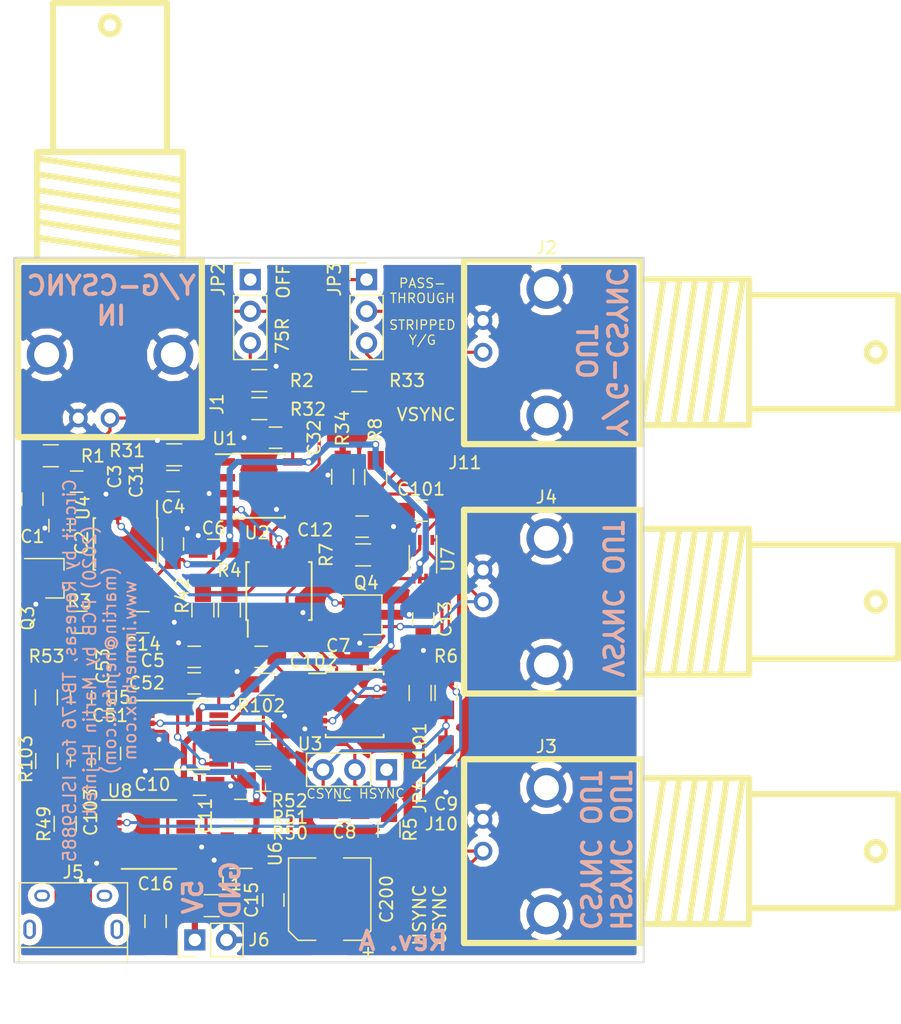
<source format=kicad_pcb>
(kicad_pcb (version 4) (host pcbnew 4.0.7-e2-6376~61~ubuntu18.04.1)
  (layers (0 F.Cu signal) (31 B.Cu signal) (34 B.Paste user) (35 F.Paste user) (36 B.SilkS user) (37 F.SilkS user) (38 B.Mask user) (39 F.Mask user) (44 Edge.Cuts user))
  (net 0 "")
  (net 1 "Net-(C1-Pad1)")
  (net 2 GND)
  (net 3 "Net-(C2-Pad2)")
  (net 4 "Net-(C3-Pad1)")
  (net 5 VCC)
  (net 6 "Net-(C5-Pad2)")
  (net 7 "Net-(C8-Pad1)")
  (net 8 "Net-(C8-Pad2)")
  (net 9 "Net-(C12-Pad1)")
  (net 10 "Net-(C14-Pad2)")
  (net 11 "Net-(C31-Pad1)")
  (net 12 Y_G_CSYNC_IN)
  (net 13 "Net-(C51-Pad1)")
  (net 14 "Net-(C51-Pad2)")
  (net 15 "Net-(C103-Pad1)")
  (net 16 "Net-(C53-Pad2)")
  (net 17 "Net-(C101-Pad1)")
  (net 18 "Net-(C101-Pad2)")
  (net 19 "Net-(C102-Pad1)")
  (net 20 "Net-(C102-Pad2)")
  (net 21 Y_G_CSYNC_OUT)
  (net 22 HSYNC_OUT)
  (net 23 VSYNC_OUT)
  (net 24 "Net-(JP3-Pad3)")
  (net 25 "Net-(JP4-Pad1)")
  (net 26 "Net-(R3-Pad2)")
  (net 27 "Net-(R6-Pad2)")
  (net 28 "Net-(R7-Pad2)")
  (net 29 "Net-(R31-Pad1)")
  (net 30 "Net-(R32-Pad1)")
  (net 31 "Net-(R42-Pad1)")
  (net 32 "Net-(R49-Pad1)")
  (net 33 "Net-(R50-Pad1)")
  (net 34 "Net-(R51-Pad1)")
  (net 35 "Net-(R52-Pad1)")
  (net 36 "Net-(U1-Pad4)")
  (net 37 "Net-(U2-Pad5)")
  (net 38 "Net-(U2-Pad6)")
  (net 39 "Net-(U2-Pad9)")
  (net 40 "Net-(U3-Pad3)")
  (net 41 "Net-(U3-Pad13)")
  (net 42 "Net-(U3-Pad10)")
  (net 43 "Net-(U5-Pad4)")
  (net 44 "Net-(U5-Pad13)")
  (net 45 "Net-(Q3-Pad1)")
  (net 46 "Net-(Q4-Pad1)")
  (net 47 "Net-(JP2-Pad3)")
  (net 48 +5V)
  (module Capacitors_SMD:C_0805_HandSoldering (layer F.Cu) (at 91.375 61.075 270)
    (fp_text reference C1 (at 3 0 360) (layer F.SilkS))
    (fp_text value 100pF)
    (pad 1 smd rect (at -1.25 0 270) (size 1.5 1.25) (layers F.Cu F.Paste F.Mask) (net 1 "Net-(C1-Pad1)"))
    (pad 2 smd rect (at 1.25 0 270) (size 1.5 1.25) (layers F.Cu F.Paste F.Mask) (net 2 GND))
  )
  (module Capacitors_SMD:C_0805_HandSoldering (layer F.Cu) (at 93.55 63.2 270)
    (fp_text reference C2 (at 1.375 -1.775 270) (layer F.SilkS))
    (fp_text value 470pF)
    (pad 1 smd rect (at -1.25 0 270) (size 1.5 1.25) (layers F.Cu F.Paste F.Mask) (net 1 "Net-(C1-Pad1)"))
    (pad 2 smd rect (at 1.25 0 270) (size 1.5 1.25) (layers F.Cu F.Paste F.Mask) (net 3 "Net-(C2-Pad2)"))
  )
  (module Capacitors_SMD:C_0805_HandSoldering (layer F.Cu) (at 94.925 59.675 180)
    (fp_text reference C3 (at -3.05 0.4 450) (layer F.SilkS))
    (fp_text value 0.1uF)
    (pad 1 smd rect (at -1.25 0 180) (size 1.5 1.25) (layers F.Cu F.Paste F.Mask) (net 4 "Net-(C3-Pad1)"))
    (pad 2 smd rect (at 1.25 0 180) (size 1.5 1.25) (layers F.Cu F.Paste F.Mask) (net 1 "Net-(C1-Pad1)"))
  )
  (module Capacitors_SMD:C_0805_HandSoldering (layer F.Cu) (at 102.65 64.675 270)
    (fp_text reference C4 (at -2.975 -0.025 360) (layer F.SilkS))
    (fp_text value 0.1uF)
    (pad 1 smd rect (at -1.25 0 270) (size 1.5 1.25) (layers F.Cu F.Paste F.Mask) (net 2 GND))
    (pad 2 smd rect (at 1.25 0 270) (size 1.5 1.25) (layers F.Cu F.Paste F.Mask) (net 5 VCC))
  )
  (module Capacitors_SMD:C_0805_HandSoldering (layer F.Cu) (at 104.35 73.725)
    (fp_text reference C5 (at -3.325 0.3 180) (layer F.SilkS))
    (fp_text value 180pF)
    (pad 1 smd rect (at -1.25 0) (size 1.5 1.25) (layers F.Cu F.Paste F.Mask) (net 2 GND))
    (pad 2 smd rect (at 1.25 0) (size 1.5 1.25) (layers F.Cu F.Paste F.Mask) (net 6 "Net-(C5-Pad2)"))
  )
  (module Capacitors_SMD:C_0805_HandSoldering (layer F.Cu) (at 105.925 65.15)
    (fp_text reference C6 (at 0 -1.75) (layer F.SilkS))
    (fp_text value 0.1uF)
    (pad 1 smd rect (at -1.25 0) (size 1.5 1.25) (layers F.Cu F.Paste F.Mask) (net 2 GND))
    (pad 2 smd rect (at 1.25 0) (size 1.5 1.25) (layers F.Cu F.Paste F.Mask) (net 5 VCC))
  )
  (module Capacitors_SMD:C_0805_HandSoldering (layer F.Cu) (at 118.875 73.775 180)
    (fp_text reference C7 (at 2.9725 0.9525 180) (layer F.SilkS))
    (fp_text value 0.1uF)
    (pad 1 smd rect (at -1.25 0 180) (size 1.5 1.25) (layers F.Cu F.Paste F.Mask) (net 5 VCC))
    (pad 2 smd rect (at 1.25 0 180) (size 1.5 1.25) (layers F.Cu F.Paste F.Mask) (net 2 GND))
  )
  (module Capacitors_SMD:C_0805_HandSoldering (layer F.Cu) (at 116.4 86.1)
    (fp_text reference C8 (at 0 1.675) (layer F.SilkS))
    (fp_text value 470pF)
    (pad 1 smd rect (at -1.25 0) (size 1.5 1.25) (layers F.Cu F.Paste F.Mask) (net 7 "Net-(C8-Pad1)"))
    (pad 2 smd rect (at 1.25 0) (size 1.5 1.25) (layers F.Cu F.Paste F.Mask) (net 8 "Net-(C8-Pad2)"))
  )
  (module Capacitors_SMD:C_0805_HandSoldering (layer F.Cu) (at 124.55 82.025 270)
    (fp_text reference C9 (at 3.4975 -0.0025 360) (layer F.SilkS))
    (fp_text value 120pF)
    (pad 1 smd rect (at -1.25 0 270) (size 1.5 1.25) (layers F.Cu F.Paste F.Mask) (net 7 "Net-(C8-Pad1)"))
    (pad 2 smd rect (at 1.25 0 270) (size 1.5 1.25) (layers F.Cu F.Paste F.Mask) (net 2 GND))
  )
  (module Capacitors_SMD:C_0805_HandSoldering (layer F.Cu) (at 104.775 83.975)
    (fp_text reference C10 (at -3.775 -0.025) (layer F.SilkS))
    (fp_text value 0.1uF)
    (pad 1 smd rect (at -1.25 0) (size 1.5 1.25) (layers F.Cu F.Paste F.Mask) (net 5 VCC))
    (pad 2 smd rect (at 1.25 0) (size 1.5 1.25) (layers F.Cu F.Paste F.Mask) (net 2 GND))
  )
  (module Capacitors_SMD:C_0805_HandSoldering (layer F.Cu) (at 108.1 86 180)
    (fp_text reference C11 (at 2.8475 -0.4725 270) (layer F.SilkS))
    (fp_text value 0.1uF)
    (pad 1 smd rect (at -1.25 0 180) (size 1.5 1.25) (layers F.Cu F.Paste F.Mask) (net 5 VCC))
    (pad 2 smd rect (at 1.25 0 180) (size 1.5 1.25) (layers F.Cu F.Paste F.Mask) (net 2 GND))
  )
  (module Capacitors_SMD:C_0805_HandSoldering (layer F.Cu) (at 117.82 63.28)
    (fp_text reference C12 (at -3.77 0.27 180) (layer F.SilkS))
    (fp_text value 0.047uF)
    (pad 1 smd rect (at -1.25 0) (size 1.5 1.25) (layers F.Cu F.Paste F.Mask) (net 9 "Net-(C12-Pad1)"))
    (pad 2 smd rect (at 1.25 0) (size 1.5 1.25) (layers F.Cu F.Paste F.Mask) (net 2 GND))
  )
  (module Capacitors_SMD:C_0805_HandSoldering (layer F.Cu) (at 122.725 70.7 270)
    (fp_text reference C13 (at 0 -1.75 270) (layer F.SilkS))
    (fp_text value 0.1uF)
    (pad 1 smd rect (at -1.25 0 270) (size 1.5 1.25) (layers F.Cu F.Paste F.Mask) (net 5 VCC))
    (pad 2 smd rect (at 1.25 0 270) (size 1.5 1.25) (layers F.Cu F.Paste F.Mask) (net 2 GND))
  )
  (module Capacitors_SMD:C_0805_HandSoldering (layer F.Cu) (at 100.225 70.95 180)
    (fp_text reference C14 (at 0 -1.75 180) (layer F.SilkS))
    (fp_text value 0.1uF)
    (pad 1 smd rect (at -1.25 0 180) (size 1.5 1.25) (layers F.Cu F.Paste F.Mask) (net 2 GND))
    (pad 2 smd rect (at 1.25 0 180) (size 1.5 1.25) (layers F.Cu F.Paste F.Mask) (net 10 "Net-(C14-Pad2)"))
  )
  (module Capacitors_SMD:C_0805_HandSoldering (layer F.Cu) (at 110.7 93.22 90)
    (fp_text reference C15 (at 0 -1.75 90) (layer F.SilkS))
    (fp_text value 0.047uF)
    (pad 1 smd rect (at -1.25 0 90) (size 1.5 1.25) (layers F.Cu F.Paste F.Mask) (net 5 VCC))
    (pad 2 smd rect (at 1.25 0 90) (size 1.5 1.25) (layers F.Cu F.Paste F.Mask) (net 2 GND))
  )
  (module Capacitors_SMD:C_0805_HandSoldering (layer F.Cu) (at 102.65 59.625 180)
    (fp_text reference C31 (at 2.95 0.075 270) (layer F.SilkS))
    (fp_text value 0.1uF)
    (pad 1 smd rect (at -1.25 0 180) (size 1.5 1.25) (layers F.Cu F.Paste F.Mask) (net 11 "Net-(C31-Pad1)"))
    (pad 2 smd rect (at 1.25 0 180) (size 1.5 1.25) (layers F.Cu F.Paste F.Mask) (net 12 Y_G_CSYNC_IN))
  )
  (module Capacitors_SMD:C_0805_HandSoldering (layer F.Cu) (at 110.875 56.15)
    (fp_text reference C32 (at 3.1 0 90) (layer F.SilkS))
    (fp_text value 0.1uF)
    (pad 1 smd rect (at -1.25 0) (size 1.5 1.25) (layers F.Cu F.Paste F.Mask) (net 2 GND))
    (pad 2 smd rect (at 1.25 0) (size 1.5 1.25) (layers F.Cu F.Paste F.Mask) (net 5 VCC))
  )
  (module Capacitors_SMD:C_0805_HandSoldering (layer F.Cu) (at 97.6 81.475 270)
    (fp_text reference C51 (at -3.045 0 360) (layer F.SilkS))
    (fp_text value 39pF)
    (pad 1 smd rect (at -1.25 0 270) (size 1.5 1.25) (layers F.Cu F.Paste F.Mask) (net 13 "Net-(C51-Pad1)"))
    (pad 2 smd rect (at 1.25 0 270) (size 1.5 1.25) (layers F.Cu F.Paste F.Mask) (net 14 "Net-(C51-Pad2)"))
  )
  (module Capacitors_SMD:C_0805_HandSoldering (layer F.Cu) (at 104.35 75.85 180)
    (fp_text reference C52 (at 3.8 0.025 180) (layer F.SilkS))
    (fp_text value 0.1uF)
    (pad 1 smd rect (at -1.25 0 180) (size 1.5 1.25) (layers F.Cu F.Paste F.Mask) (net 5 VCC))
    (pad 2 smd rect (at 1.25 0 180) (size 1.5 1.25) (layers F.Cu F.Paste F.Mask) (net 2 GND))
  )
  (module Capacitors_SMD:C_0805_HandSoldering (layer F.Cu) (at 95.275 76.95 90)
    (fp_text reference C53 (at 2.49 1.765 270) (layer F.SilkS))
    (fp_text value 1uF)
    (pad 1 smd rect (at -1.25 0 90) (size 1.5 1.25) (layers F.Cu F.Paste F.Mask) (net 15 "Net-(C103-Pad1)"))
    (pad 2 smd rect (at 1.25 0 90) (size 1.5 1.25) (layers F.Cu F.Paste F.Mask) (net 16 "Net-(C53-Pad2)"))
  )
  (module Capacitors_SMD:C_0805_HandSoldering (layer F.Cu) (at 122.55 62 180)
    (fp_text reference C101 (at 0 1.725 180) (layer F.SilkS))
    (fp_text value 220pF)
    (pad 1 smd rect (at -1.25 0 180) (size 1.5 1.25) (layers F.Cu F.Paste F.Mask) (net 17 "Net-(C101-Pad1)"))
    (pad 2 smd rect (at 1.25 0 180) (size 1.5 1.25) (layers F.Cu F.Paste F.Mask) (net 18 "Net-(C101-Pad2)"))
  )
  (module Capacitors_SMD:C_0805_HandSoldering (layer F.Cu) (at 109.725 73.725)
    (fp_text reference C102 (at 4.2033 0.3738) (layer F.SilkS))
    (fp_text value 470pF)
    (pad 1 smd rect (at -1.25 0) (size 1.5 1.25) (layers F.Cu F.Paste F.Mask) (net 19 "Net-(C102-Pad1)"))
    (pad 2 smd rect (at 1.25 0) (size 1.5 1.25) (layers F.Cu F.Paste F.Mask) (net 20 "Net-(C102-Pad2)"))
  )
  (module Capacitors_SMD:C_0805_HandSoldering (layer F.Cu) (at 95.275 82.05 270)
    (fp_text reference C103 (at 4.1225 -0.7775 270) (layer F.SilkS))
    (fp_text value 0.1uF)
    (pad 1 smd rect (at -1.25 0 270) (size 1.5 1.25) (layers F.Cu F.Paste F.Mask) (net 15 "Net-(C103-Pad1)"))
    (pad 2 smd rect (at 1.25 0 270) (size 1.5 1.25) (layers F.Cu F.Paste F.Mask) (net 2 GND))
  )
  (module Capacitors_SMD:CP_Elec_6.3x5.3 (layer F.Cu) (at 115.22 93.15 90)
    (fp_text reference C200 (at 0 4.56 90) (layer F.SilkS))
    (fp_text value 100uF)
    (fp_text user + (at -4.28 3.01 90) (layer F.SilkS))
    (pad 1 smd rect (at -2.7 0 270) (size 3.5 1.6) (layers F.Cu F.Paste F.Mask) (net 5 VCC))
    (pad 2 smd rect (at 2.7 0 270) (size 3.5 1.6) (layers F.Cu F.Paste F.Mask) (net 2 GND))
  )
  (module bnc-tht:BNC-THT (layer F.Cu) (at 97.6 49.5 270)
    (fp_text reference J1 (at 3.9525 -8.5825 270) (layer F.SilkS))
    (fp_text value Y_G_CSYNC_IN)
    (pad 2 thru_hole circle (at 5.08 2.54 270) (size 1.5 1.5) (drill 0.9) (layers *.Cu *.Mask) (net 2 GND))
    (pad 2 thru_hole circle (at 0 -5.08 270) (size 3.2 3.2) (drill 2) (layers *.Cu *.Mask) (net 2 GND))
    (pad 2 thru_hole circle (at 0 5.08 270) (size 3.2 3.2) (drill 2) (layers *.Cu *.Mask) (net 2 GND))
    (pad 1 thru_hole circle (at 5.08 0 270) (size 1.5 1.5) (drill 0.9) (layers *.Cu *.Mask) (net 12 Y_G_CSYNC_IN))
  )
  (module bnc-tht:BNC-THT (layer F.Cu) (at 132.6 49.3 180)
    (fp_text reference J2 (at 0 8.382 180) (layer F.SilkS))
    (fp_text value Y_G_CSYNC_OUT)
    (pad 2 thru_hole circle (at 5.08 2.54 180) (size 1.5 1.5) (drill 0.9) (layers *.Cu *.Mask) (net 2 GND))
    (pad 2 thru_hole circle (at 0 -5.08 180) (size 3.2 3.2) (drill 2) (layers *.Cu *.Mask) (net 2 GND))
    (pad 2 thru_hole circle (at 0 5.08 180) (size 3.2 3.2) (drill 2) (layers *.Cu *.Mask) (net 2 GND))
    (pad 1 thru_hole circle (at 5.08 0 180) (size 1.5 1.5) (drill 0.9) (layers *.Cu *.Mask) (net 21 Y_G_CSYNC_OUT))
  )
  (module bnc-tht:BNC-THT (layer F.Cu) (at 132.6 89.3 180)
    (fp_text reference J3 (at 0 8.382 180) (layer F.SilkS))
    (fp_text value HSYNC_OUT)
    (pad 2 thru_hole circle (at 5.08 2.54 180) (size 1.5 1.5) (drill 0.9) (layers *.Cu *.Mask) (net 2 GND))
    (pad 2 thru_hole circle (at 0 -5.08 180) (size 3.2 3.2) (drill 2) (layers *.Cu *.Mask) (net 2 GND))
    (pad 2 thru_hole circle (at 0 5.08 180) (size 3.2 3.2) (drill 2) (layers *.Cu *.Mask) (net 2 GND))
    (pad 1 thru_hole circle (at 5.08 0 180) (size 1.5 1.5) (drill 0.9) (layers *.Cu *.Mask) (net 22 HSYNC_OUT))
  )
  (module bnc-tht:BNC-THT (layer F.Cu) (at 132.6 69.3 180)
    (fp_text reference J4 (at 0 8.382 180) (layer F.SilkS))
    (fp_text value VSYNC_OUT)
    (pad 2 thru_hole circle (at 5.08 2.54 180) (size 1.5 1.5) (drill 0.9) (layers *.Cu *.Mask) (net 2 GND))
    (pad 2 thru_hole circle (at 0 -5.08 180) (size 3.2 3.2) (drill 2) (layers *.Cu *.Mask) (net 2 GND))
    (pad 2 thru_hole circle (at 0 5.08 180) (size 3.2 3.2) (drill 2) (layers *.Cu *.Mask) (net 2 GND))
    (pad 1 thru_hole circle (at 5.08 0 180) (size 1.5 1.5) (drill 0.9) (layers *.Cu *.Mask) (net 23 VSYNC_OUT))
  )
  (module Measurement_Points:Measurement_Point_Round-SMD-Pad_Big (layer F.Cu) (at 123.2 90.175)
    (fp_text reference J10 (at 0.975 -3.05) (layer F.SilkS))
    (fp_text value TP3)
    (pad 1 smd circle (at 0 0) (size 3 3) (layers F.Cu F.Mask) (net 22 HSYNC_OUT))
  )
  (module Measurement_Points:Measurement_Point_Round-SMD-Pad_Big (layer F.Cu) (at 123.125 56.825)
    (fp_text reference J11 (at 2.9445 1.3353) (layer F.SilkS))
    (fp_text value TP4)
    (pad 1 smd circle (at 0 0) (size 3 3) (layers F.Cu F.Mask) (net 23 VSYNC_OUT))
  )
  (module Pin_Headers:Pin_Header_Straight_1x03_Pitch2.54mm (layer F.Cu) (at 118.175 43.475)
    (fp_text reference JP3 (at -2.5703 0.0041 90) (layer F.SilkS))
    (fp_text value Jumper_NC_Dual)
    (pad 1 thru_hole rect (at 0 0) (size 1.7 1.7) (drill 1) (layers *.Cu *.Mask) (net 12 Y_G_CSYNC_IN))
    (pad 2 thru_hole oval (at 0 2.54) (size 1.7 1.7) (drill 1) (layers *.Cu *.Mask) (net 21 Y_G_CSYNC_OUT))
    (pad 3 thru_hole oval (at 0 5.08) (size 1.7 1.7) (drill 1) (layers *.Cu *.Mask) (net 24 "Net-(JP3-Pad3)"))
  )
  (module Pin_Headers:Pin_Header_Straight_1x03_Pitch2.54mm (layer F.Cu) (at 119.775 82.775 270)
    (fp_text reference JP4 (at 2.1475 -2.6775 450) (layer F.SilkS))
    (fp_text value Jumper_NC_Dual)
    (pad 1 thru_hole rect (at 0 0 270) (size 1.7 1.7) (drill 1) (layers *.Cu *.Mask) (net 25 "Net-(JP4-Pad1)"))
    (pad 2 thru_hole oval (at 0 2.54 270) (size 1.7 1.7) (drill 1) (layers *.Cu *.Mask) (net 8 "Net-(C8-Pad2)"))
    (pad 3 thru_hole oval (at 0 5.08 270) (size 1.7 1.7) (drill 1) (layers *.Cu *.Mask) (net 7 "Net-(C8-Pad1)"))
  )
  (module Resistors_SMD:R_0805_HandSoldering (layer F.Cu) (at 92.85 57.6)
    (fp_text reference R1 (at 3.375 0.025 180) (layer F.SilkS))
    (fp_text value 100)
    (pad 1 smd rect (at -1.35 0) (size 1.5 1.3) (layers F.Cu F.Paste F.Mask) (net 1 "Net-(C1-Pad1)"))
    (pad 2 smd rect (at 1.35 0) (size 1.5 1.3) (layers F.Cu F.Paste F.Mask) (net 12 Y_G_CSYNC_IN))
  )
  (module Resistors_SMD:R_0805_HandSoldering (layer F.Cu) (at 109.575 51.575 180)
    (fp_text reference R2 (at -3.4 0 180) (layer F.SilkS))
    (fp_text value 75R)
    (pad 1 smd rect (at -1.35 0 180) (size 1.5 1.3) (layers F.Cu F.Paste F.Mask) (net 2 GND))
    (pad 2 smd rect (at 1.35 0 180) (size 1.5 1.3) (layers F.Cu F.Paste F.Mask) (net 47 "Net-(JP2-Pad3)"))
  )
  (module Resistors_SMD:R_0805_HandSoldering (layer F.Cu) (at 95.15 70.95)
    (fp_text reference R3 (at 0 -1.7) (layer F.SilkS))
    (fp_text value 10K)
    (pad 1 smd rect (at -1.35 0) (size 1.5 1.3) (layers F.Cu F.Paste F.Mask) (net 45 "Net-(Q3-Pad1)"))
    (pad 2 smd rect (at 1.35 0) (size 1.5 1.3) (layers F.Cu F.Paste F.Mask) (net 26 "Net-(R3-Pad2)"))
  )
  (module Resistors_SMD:R_0805_HandSoldering (layer F.Cu) (at 107.175 69.925 270)
    (fp_text reference R4 (at -3.125 0 360) (layer F.SilkS))
    (fp_text value 1K)
    (pad 1 smd rect (at -1.35 0 270) (size 1.5 1.3) (layers F.Cu F.Paste F.Mask) (net 18 "Net-(C101-Pad2)"))
    (pad 2 smd rect (at 1.35 0 270) (size 1.5 1.3) (layers F.Cu F.Paste F.Mask) (net 6 "Net-(C5-Pad2)"))
  )
  (module Resistors_SMD:R_0805_HandSoldering (layer F.Cu) (at 119.975 87.575 270)
    (fp_text reference R5 (at 0 -1.7 270) (layer F.SilkS))
    (fp_text value 10K)
    (pad 1 smd rect (at -1.35 0 270) (size 1.5 1.3) (layers F.Cu F.Paste F.Mask) (net 25 "Net-(JP4-Pad1)"))
    (pad 2 smd rect (at 1.35 0 270) (size 1.5 1.3) (layers F.Cu F.Paste F.Mask) (net 2 GND))
  )
  (module Resistors_SMD:R_0805_HandSoldering (layer F.Cu) (at 124.55 76.625 90)
    (fp_text reference R6 (at 2.95 0 180) (layer F.SilkS))
    (fp_text value 1K)
    (pad 1 smd rect (at -1.35 0 90) (size 1.5 1.3) (layers F.Cu F.Paste F.Mask) (net 7 "Net-(C8-Pad1)"))
    (pad 2 smd rect (at 1.35 0 90) (size 1.5 1.3) (layers F.Cu F.Paste F.Mask) (net 27 "Net-(R6-Pad2)"))
  )
  (module Resistors_SMD:R_0805_HandSoldering (layer F.Cu) (at 117.9 65.55)
    (fp_text reference R7 (at -2.96 0 90) (layer F.SilkS))
    (fp_text value 10K)
    (pad 1 smd rect (at -1.35 0) (size 1.5 1.3) (layers F.Cu F.Paste F.Mask) (net 9 "Net-(C12-Pad1)"))
    (pad 2 smd rect (at 1.35 0) (size 1.5 1.3) (layers F.Cu F.Paste F.Mask) (net 28 "Net-(R7-Pad2)"))
  )
  (module Resistors_SMD:R_0805_HandSoldering (layer F.Cu) (at 118.91 59.32 90)
    (fp_text reference R8 (at 3.795 -0.035 270) (layer F.SilkS))
    (fp_text value 1K)
    (pad 1 smd rect (at -1.35 0 90) (size 1.5 1.3) (layers F.Cu F.Paste F.Mask) (net 23 VSYNC_OUT))
    (pad 2 smd rect (at 1.35 0 90) (size 1.5 1.3) (layers F.Cu F.Paste F.Mask) (net 5 VCC))
  )
  (module Resistors_SMD:R_0805_HandSoldering (layer F.Cu) (at 102.75 57.525 180)
    (fp_text reference R31 (at 3.775 0.325 180) (layer F.SilkS))
    (fp_text value 1K)
    (pad 1 smd rect (at -1.35 0 180) (size 1.5 1.3) (layers F.Cu F.Paste F.Mask) (net 29 "Net-(R31-Pad1)"))
    (pad 2 smd rect (at 1.35 0 180) (size 1.5 1.3) (layers F.Cu F.Paste F.Mask) (net 2 GND))
  )
  (module Resistors_SMD:R_0805_HandSoldering (layer F.Cu) (at 109.575 53.825 180)
    (fp_text reference R32 (at -3.9 -0.05 180) (layer F.SilkS))
    (fp_text value 1K)
    (pad 1 smd rect (at -1.35 0 180) (size 1.5 1.3) (layers F.Cu F.Paste F.Mask) (net 30 "Net-(R32-Pad1)"))
    (pad 2 smd rect (at 1.35 0 180) (size 1.5 1.3) (layers F.Cu F.Paste F.Mask) (net 29 "Net-(R31-Pad1)"))
  )
  (module Resistors_SMD:R_0805_HandSoldering (layer F.Cu) (at 117.6 51.575)
    (fp_text reference R33 (at 3.825 0) (layer F.SilkS))
    (fp_text value 75R)
    (pad 1 smd rect (at -1.35 0) (size 1.5 1.3) (layers F.Cu F.Paste F.Mask) (net 30 "Net-(R32-Pad1)"))
    (pad 2 smd rect (at 1.35 0) (size 1.5 1.3) (layers F.Cu F.Paste F.Mask) (net 24 "Net-(JP3-Pad3)"))
  )
  (module Resistors_SMD:R_0805_HandSoldering (layer F.Cu) (at 116.26 59.29 90)
    (fp_text reference R34 (at 3.89 -0.01 270) (layer F.SilkS))
    (fp_text value 10K)
    (pad 1 smd rect (at -1.35 0 90) (size 1.5 1.3) (layers F.Cu F.Paste F.Mask) (net 18 "Net-(C101-Pad2)"))
    (pad 2 smd rect (at 1.35 0 90) (size 1.5 1.3) (layers F.Cu F.Paste F.Mask) (net 2 GND))
  )
  (module Resistors_SMD:R_0805_HandSoldering (layer F.Cu) (at 105.05 69.925 90)
    (fp_text reference R42 (at 1.1 -1.65 90) (layer F.SilkS))
    (fp_text value NM)
    (pad 1 smd rect (at -1.35 0 90) (size 1.5 1.3) (layers F.Cu F.Paste F.Mask) (net 31 "Net-(R42-Pad1)"))
    (pad 2 smd rect (at 1.35 0 90) (size 1.5 1.3) (layers F.Cu F.Paste F.Mask) (net 18 "Net-(C101-Pad2)"))
  )
  (module Resistors_SMD:R_0805_HandSoldering (layer F.Cu) (at 94.0025 87.1225 90)
    (fp_text reference R49 (at 0 -1.7 90) (layer F.SilkS))
    (fp_text value 10K)
    (pad 1 smd rect (at -1.35 0 90) (size 1.5 1.3) (layers F.Cu F.Paste F.Mask) (net 32 "Net-(R49-Pad1)"))
    (pad 2 smd rect (at 1.35 0 90) (size 1.5 1.3) (layers F.Cu F.Paste F.Mask) (net 15 "Net-(C103-Pad1)"))
  )
  (module Resistors_SMD:R_0805_HandSoldering (layer F.Cu) (at 109.9 83.625)
    (fp_text reference R50 (at 2.13 4.235) (layer F.SilkS))
    (fp_text value NL)
    (pad 1 smd rect (at -1.35 0) (size 1.5 1.3) (layers F.Cu F.Paste F.Mask) (net 33 "Net-(R50-Pad1)"))
    (pad 2 smd rect (at 1.35 0) (size 1.5 1.3) (layers F.Cu F.Paste F.Mask) (net 2 GND))
  )
  (module Resistors_SMD:R_0805_HandSoldering (layer F.Cu) (at 109.9 81.625)
    (fp_text reference R51 (at 2.13 4.965) (layer F.SilkS))
    (fp_text value 100K)
    (pad 1 smd rect (at -1.35 0) (size 1.5 1.3) (layers F.Cu F.Paste F.Mask) (net 34 "Net-(R51-Pad1)"))
    (pad 2 smd rect (at 1.35 0) (size 1.5 1.3) (layers F.Cu F.Paste F.Mask) (net 2 GND))
  )
  (module Resistors_SMD:R_0805_HandSoldering (layer F.Cu) (at 109.9 79.625)
    (fp_text reference R52 (at 2.0979 5.6498) (layer F.SilkS))
    (fp_text value NL)
    (pad 1 smd rect (at -1.35 0) (size 1.5 1.3) (layers F.Cu F.Paste F.Mask) (net 35 "Net-(R52-Pad1)"))
    (pad 2 smd rect (at 1.35 0) (size 1.5 1.3) (layers F.Cu F.Paste F.Mask) (net 2 GND))
  )
  (module Resistors_SMD:R_0805_HandSoldering (layer F.Cu) (at 92.5 76.975 90)
    (fp_text reference R53 (at 3.295 0.01 180) (layer F.SilkS))
    (fp_text value 500R)
    (pad 1 smd rect (at -1.35 0 90) (size 1.5 1.3) (layers F.Cu F.Paste F.Mask) (net 16 "Net-(C53-Pad2)"))
    (pad 2 smd rect (at 1.35 0 90) (size 1.5 1.3) (layers F.Cu F.Paste F.Mask) (net 2 GND))
  )
  (module Resistors_SMD:R_0805_HandSoldering (layer F.Cu) (at 122.475 76.625 90)
    (fp_text reference R101 (at -4.2975 -0.0225 90) (layer F.SilkS))
    (fp_text value 10K)
    (pad 1 smd rect (at -1.35 0 90) (size 1.5 1.3) (layers F.Cu F.Paste F.Mask) (net 5 VCC))
    (pad 2 smd rect (at 1.35 0 90) (size 1.5 1.3) (layers F.Cu F.Paste F.Mask) (net 17 "Net-(C101-Pad1)"))
  )
  (module Resistors_SMD:R_0805_HandSoldering (layer F.Cu) (at 110.175 75.925)
    (fp_text reference R102 (at -0.45 1.725) (layer F.SilkS))
    (fp_text value 10K)
    (pad 1 smd rect (at -1.35 0) (size 1.5 1.3) (layers F.Cu F.Paste F.Mask) (net 2 GND))
    (pad 2 smd rect (at 1.35 0) (size 1.5 1.3) (layers F.Cu F.Paste F.Mask) (net 20 "Net-(C102-Pad2)"))
  )
  (module Resistors_SMD:R_0805_HandSoldering (layer F.Cu) (at 92.525 82.075 270)
    (fp_text reference R103 (at -0.1525 1.6725 270) (layer F.SilkS))
    (fp_text value 10M)
    (pad 1 smd rect (at -1.35 0 270) (size 1.5 1.3) (layers F.Cu F.Paste F.Mask) (net 15 "Net-(C103-Pad1)"))
    (pad 2 smd rect (at 1.35 0 270) (size 1.5 1.3) (layers F.Cu F.Paste F.Mask) (net 2 GND))
  )
  (module Housings_SOIC:SOIC-8_3.9x4.9mm_Pitch1.27mm (layer F.Cu) (at 109.55 60)
    (fp_text reference U1 (at -2.75 -3.775) (layer F.SilkS))
    (fp_text value ISL4089)
    (pad 1 smd rect (at -2.7 -1.905) (size 1.55 0.6) (layers F.Cu F.Paste F.Mask) (net 29 "Net-(R31-Pad1)"))
    (pad 2 smd rect (at -2.7 -0.635) (size 1.55 0.6) (layers F.Cu F.Paste F.Mask) (net 11 "Net-(C31-Pad1)"))
    (pad 3 smd rect (at -2.7 0.635) (size 1.55 0.6) (layers F.Cu F.Paste F.Mask) (net 2 GND))
    (pad 4 smd rect (at -2.7 1.905) (size 1.55 0.6) (layers F.Cu F.Paste F.Mask) (net 36 "Net-(U1-Pad4)"))
    (pad 5 smd rect (at 2.7 1.905) (size 1.55 0.6) (layers F.Cu F.Paste F.Mask) (net 2 GND))
    (pad 6 smd rect (at 2.7 0.635) (size 1.55 0.6) (layers F.Cu F.Paste F.Mask))
    (pad 7 smd rect (at 2.7 -0.635) (size 1.55 0.6) (layers F.Cu F.Paste F.Mask) (net 30 "Net-(R32-Pad1)"))
    (pad 8 smd rect (at 2.7 -1.905) (size 1.55 0.6) (layers F.Cu F.Paste F.Mask) (net 5 VCC))
  )
  (module Housings_SSOP:TSSOP-14_4.4x5mm_Pitch0.65mm (layer F.Cu) (at 111.15 68.45 90)
    (fp_text reference U2 (at 4.67 -1.76 180) (layer F.SilkS))
    (fp_text value 74HC00)
    (pad 1 smd rect (at -2.95 -1.95 90) (size 1.45 0.45) (layers F.Cu F.Paste F.Mask) (net 6 "Net-(C5-Pad2)"))
    (pad 2 smd rect (at -2.95 -1.3 90) (size 1.45 0.45) (layers F.Cu F.Paste F.Mask) (net 6 "Net-(C5-Pad2)"))
    (pad 3 smd rect (at -2.95 -0.65 90) (size 1.45 0.45) (layers F.Cu F.Paste F.Mask) (net 19 "Net-(C102-Pad1)"))
    (pad 4 smd rect (at -2.95 0 90) (size 1.45 0.45) (layers F.Cu F.Paste F.Mask) (net 20 "Net-(C102-Pad2)"))
    (pad 5 smd rect (at -2.95 0.65 90) (size 1.45 0.45) (layers F.Cu F.Paste F.Mask) (net 37 "Net-(U2-Pad5)"))
    (pad 6 smd rect (at -2.95 1.3 90) (size 1.45 0.45) (layers F.Cu F.Paste F.Mask) (net 38 "Net-(U2-Pad6)"))
    (pad 7 smd rect (at -2.95 1.95 90) (size 1.45 0.45) (layers F.Cu F.Paste F.Mask) (net 2 GND))
    (pad 8 smd rect (at 2.95 1.95 90) (size 1.45 0.45) (layers F.Cu F.Paste F.Mask) (net 37 "Net-(U2-Pad5)"))
    (pad 9 smd rect (at 2.95 1.3 90) (size 1.45 0.45) (layers F.Cu F.Paste F.Mask) (net 39 "Net-(U2-Pad9)"))
    (pad 10 smd rect (at 2.95 0.65 90) (size 1.45 0.45) (layers F.Cu F.Paste F.Mask) (net 9 "Net-(C12-Pad1)"))
    (pad 11 smd rect (at 2.95 0 90) (size 1.45 0.45) (layers F.Cu F.Paste F.Mask) (net 36 "Net-(U1-Pad4)"))
    (pad 12 smd rect (at 2.95 -0.65 90) (size 1.45 0.45) (layers F.Cu F.Paste F.Mask) (net 18 "Net-(C101-Pad2)"))
    (pad 13 smd rect (at 2.95 -1.3 90) (size 1.45 0.45) (layers F.Cu F.Paste F.Mask) (net 18 "Net-(C101-Pad2)"))
    (pad 14 smd rect (at 2.95 -1.95 90) (size 1.45 0.45) (layers F.Cu F.Paste F.Mask) (net 5 VCC))
  )
  (module Housings_SSOP:TSSOP-14_4.4x5mm_Pitch0.65mm (layer F.Cu) (at 117.225 77.55)
    (fp_text reference U3 (at -3.575 3.15 180) (layer F.SilkS))
    (fp_text value 74HC00)
    (pad 1 smd rect (at -2.95 -1.95) (size 1.45 0.45) (layers F.Cu F.Paste F.Mask) (net 37 "Net-(U2-Pad5)"))
    (pad 2 smd rect (at -2.95 -1.3) (size 1.45 0.45) (layers F.Cu F.Paste F.Mask) (net 37 "Net-(U2-Pad5)"))
    (pad 3 smd rect (at -2.95 -0.65) (size 1.45 0.45) (layers F.Cu F.Paste F.Mask) (net 40 "Net-(U3-Pad3)"))
    (pad 4 smd rect (at -2.95 0) (size 1.45 0.45) (layers F.Cu F.Paste F.Mask) (net 40 "Net-(U3-Pad3)"))
    (pad 5 smd rect (at -2.95 0.65) (size 1.45 0.45) (layers F.Cu F.Paste F.Mask) (net 8 "Net-(C8-Pad2)"))
    (pad 6 smd rect (at -2.95 1.3) (size 1.45 0.45) (layers F.Cu F.Paste F.Mask) (net 41 "Net-(U3-Pad13)"))
    (pad 7 smd rect (at -2.95 1.95) (size 1.45 0.45) (layers F.Cu F.Paste F.Mask) (net 2 GND))
    (pad 8 smd rect (at 2.95 1.95) (size 1.45 0.45) (layers F.Cu F.Paste F.Mask) (net 22 HSYNC_OUT))
    (pad 9 smd rect (at 2.95 1.3) (size 1.45 0.45) (layers F.Cu F.Paste F.Mask) (net 42 "Net-(U3-Pad10)"))
    (pad 10 smd rect (at 2.95 0.65) (size 1.45 0.45) (layers F.Cu F.Paste F.Mask) (net 42 "Net-(U3-Pad10)"))
    (pad 11 smd rect (at 2.95 0) (size 1.45 0.45) (layers F.Cu F.Paste F.Mask) (net 42 "Net-(U3-Pad10)"))
    (pad 12 smd rect (at 2.95 -0.65) (size 1.45 0.45) (layers F.Cu F.Paste F.Mask) (net 38 "Net-(U2-Pad6)"))
    (pad 13 smd rect (at 2.95 -1.3) (size 1.45 0.45) (layers F.Cu F.Paste F.Mask) (net 41 "Net-(U3-Pad13)"))
    (pad 14 smd rect (at 2.95 -1.95) (size 1.45 0.45) (layers F.Cu F.Paste F.Mask) (net 5 VCC))
  )
  (module Housings_SOIC:SOIC-8_3.9x4.9mm_Pitch1.27mm (layer F.Cu) (at 98.85 64.675 270)
    (fp_text reference U4 (at -2.9 3.4 450) (layer F.SilkS))
    (fp_text value ISL59885)
    (pad 1 smd rect (at -2.7 -1.905 270) (size 1.55 0.6) (layers F.Cu F.Paste F.Mask) (net 18 "Net-(C101-Pad2)"))
    (pad 2 smd rect (at -2.7 -0.635 270) (size 1.55 0.6) (layers F.Cu F.Paste F.Mask) (net 4 "Net-(C3-Pad1)"))
    (pad 3 smd rect (at -2.7 0.635 270) (size 1.55 0.6) (layers F.Cu F.Paste F.Mask) (net 46 "Net-(Q4-Pad1)"))
    (pad 4 smd rect (at -2.7 1.905 270) (size 1.55 0.6) (layers F.Cu F.Paste F.Mask) (net 2 GND))
    (pad 5 smd rect (at 2.7 1.905 270) (size 1.55 0.6) (layers F.Cu F.Paste F.Mask) (net 26 "Net-(R3-Pad2)"))
    (pad 6 smd rect (at 2.7 0.635 270) (size 1.55 0.6) (layers F.Cu F.Paste F.Mask) (net 10 "Net-(C14-Pad2)"))
    (pad 7 smd rect (at 2.7 -0.635 270) (size 1.55 0.6) (layers F.Cu F.Paste F.Mask) (net 31 "Net-(R42-Pad1)"))
    (pad 8 smd rect (at 2.7 -1.905 270) (size 1.55 0.6) (layers F.Cu F.Paste F.Mask) (net 5 VCC))
  )
  (module Housings_SSOP:TSSOP-16_4.4x5mm_Pitch0.65mm (layer F.Cu) (at 103.375 80.025)
    (fp_text reference U5 (at -5.1 -3.05 180) (layer F.SilkS))
    (fp_text value 74HC4046)
    (pad 1 smd rect (at -2.95 -2.275) (size 1.5 0.45) (layers F.Cu F.Paste F.Mask))
    (pad 2 smd rect (at -2.95 -1.625) (size 1.5 0.45) (layers F.Cu F.Paste F.Mask))
    (pad 3 smd rect (at -2.95 -0.975) (size 1.5 0.45) (layers F.Cu F.Paste F.Mask) (net 7 "Net-(C8-Pad1)"))
    (pad 4 smd rect (at -2.95 -0.325) (size 1.5 0.45) (layers F.Cu F.Paste F.Mask) (net 43 "Net-(U5-Pad4)"))
    (pad 5 smd rect (at -2.95 0.325) (size 1.5 0.45) (layers F.Cu F.Paste F.Mask) (net 2 GND))
    (pad 6 smd rect (at -2.95 0.975) (size 1.5 0.45) (layers F.Cu F.Paste F.Mask) (net 13 "Net-(C51-Pad1)"))
    (pad 7 smd rect (at -2.95 1.625) (size 1.5 0.45) (layers F.Cu F.Paste F.Mask) (net 14 "Net-(C51-Pad2)"))
    (pad 8 smd rect (at -2.95 2.275) (size 1.5 0.45) (layers F.Cu F.Paste F.Mask) (net 2 GND))
    (pad 9 smd rect (at 2.95 2.275) (size 1.5 0.45) (layers F.Cu F.Paste F.Mask) (net 15 "Net-(C103-Pad1)"))
    (pad 10 smd rect (at 2.95 1.625) (size 1.5 0.45) (layers F.Cu F.Paste F.Mask) (net 33 "Net-(R50-Pad1)"))
    (pad 11 smd rect (at 2.95 0.975) (size 1.5 0.45) (layers F.Cu F.Paste F.Mask) (net 34 "Net-(R51-Pad1)"))
    (pad 12 smd rect (at 2.95 0.325) (size 1.5 0.45) (layers F.Cu F.Paste F.Mask) (net 35 "Net-(R52-Pad1)"))
    (pad 13 smd rect (at 2.95 -0.325) (size 1.5 0.45) (layers F.Cu F.Paste F.Mask) (net 44 "Net-(U5-Pad13)"))
    (pad 14 smd rect (at 2.95 -0.975) (size 1.5 0.45) (layers F.Cu F.Paste F.Mask) (net 20 "Net-(C102-Pad2)"))
    (pad 15 smd rect (at 2.95 -1.625) (size 1.5 0.45) (layers F.Cu F.Paste F.Mask))
    (pad 16 smd rect (at 2.95 -2.275) (size 1.5 0.45) (layers F.Cu F.Paste F.Mask) (net 5 VCC))
  )
  (module TO_SOT_Packages_SMD:SOT-23-5 (layer F.Cu) (at 108.1 89.075)
    (fp_text reference U6 (at 2.7525 0.4475 270) (layer F.SilkS))
    (fp_text value ISL43110)
    (pad 1 smd rect (at -1.1 -0.95) (size 1.06 0.65) (layers F.Cu F.Paste F.Mask) (net 44 "Net-(U5-Pad13)"))
    (pad 2 smd rect (at -1.1 0) (size 1.06 0.65) (layers F.Cu F.Paste F.Mask) (net 32 "Net-(R49-Pad1)"))
    (pad 3 smd rect (at -1.1 0.95) (size 1.06 0.65) (layers F.Cu F.Paste F.Mask) (net 2 GND))
    (pad 4 smd rect (at 1.1 0.95) (size 1.06 0.65) (layers F.Cu F.Paste F.Mask) (net 37 "Net-(U2-Pad5)"))
    (pad 5 smd rect (at 1.1 -0.95) (size 1.06 0.65) (layers F.Cu F.Paste F.Mask) (net 5 VCC))
  )
  (module Housings_SSOP:VSSOP-8_2.3x2mm_Pitch0.5mm (layer F.Cu) (at 122.7 65.9 270)
    (fp_text reference U7 (at 0 -2 270) (layer F.SilkS))
    (fp_text value SN74LVC2G74)
    (pad 1 smd rect (at -1.55 -0.75 180) (size 0.3 0.8) (layers F.Cu F.Paste F.Mask) (net 27 "Net-(R6-Pad2)"))
    (pad 2 smd rect (at -1.55 -0.25 180) (size 0.3 0.8) (layers F.Cu F.Paste F.Mask) (net 17 "Net-(C101-Pad1)"))
    (pad 3 smd rect (at -1.55 0.25 180) (size 0.3 0.8) (layers F.Cu F.Paste F.Mask) (net 28 "Net-(R7-Pad2)"))
    (pad 4 smd rect (at -1.55 0.75 180) (size 0.3 0.8) (layers F.Cu F.Paste F.Mask) (net 2 GND))
    (pad 5 smd rect (at 1.55 0.75 180) (size 0.3 0.8) (layers F.Cu F.Paste F.Mask) (net 39 "Net-(U2-Pad9)"))
    (pad 6 smd rect (at 1.55 0.25 180) (size 0.3 0.8) (layers F.Cu F.Paste F.Mask) (net 5 VCC))
    (pad 7 smd rect (at 1.55 -0.25 180) (size 0.3 0.8) (layers F.Cu F.Paste F.Mask) (net 5 VCC))
    (pad 8 smd rect (at 1.55 -0.75 180) (size 0.3 0.8) (layers F.Cu F.Paste F.Mask) (net 5 VCC))
  )
  (module Housings_SSOP:TSSOP-16_4.4x5mm_Pitch0.65mm (layer F.Cu) (at 100.725 88)
    (fp_text reference U8 (at -2.325 -3.525) (layer F.SilkS))
    (fp_text value 4040)
    (pad 1 smd rect (at -2.95 -2.275) (size 1.5 0.45) (layers F.Cu F.Paste F.Mask))
    (pad 2 smd rect (at -2.95 -1.625) (size 1.5 0.45) (layers F.Cu F.Paste F.Mask))
    (pad 3 smd rect (at -2.95 -0.975) (size 1.5 0.45) (layers F.Cu F.Paste F.Mask) (net 27 "Net-(R6-Pad2)"))
    (pad 4 smd rect (at -2.95 -0.325) (size 1.5 0.45) (layers F.Cu F.Paste F.Mask))
    (pad 5 smd rect (at -2.95 0.325) (size 1.5 0.45) (layers F.Cu F.Paste F.Mask))
    (pad 6 smd rect (at -2.95 0.975) (size 1.5 0.45) (layers F.Cu F.Paste F.Mask))
    (pad 7 smd rect (at -2.95 1.625) (size 1.5 0.45) (layers F.Cu F.Paste F.Mask))
    (pad 8 smd rect (at -2.95 2.275) (size 1.5 0.45) (layers F.Cu F.Paste F.Mask) (net 2 GND))
    (pad 9 smd rect (at 2.95 2.275) (size 1.5 0.45) (layers F.Cu F.Paste F.Mask))
    (pad 10 smd rect (at 2.95 1.625) (size 1.5 0.45) (layers F.Cu F.Paste F.Mask) (net 43 "Net-(U5-Pad4)"))
    (pad 11 smd rect (at 2.95 0.975) (size 1.5 0.45) (layers F.Cu F.Paste F.Mask) (net 2 GND))
    (pad 12 smd rect (at 2.95 0.325) (size 1.5 0.45) (layers F.Cu F.Paste F.Mask))
    (pad 13 smd rect (at 2.95 -0.325) (size 1.5 0.45) (layers F.Cu F.Paste F.Mask))
    (pad 14 smd rect (at 2.95 -0.975) (size 1.5 0.45) (layers F.Cu F.Paste F.Mask))
    (pad 15 smd rect (at 2.95 -1.625) (size 1.5 0.45) (layers F.Cu F.Paste F.Mask))
    (pad 16 smd rect (at 2.95 -2.275) (size 1.5 0.45) (layers F.Cu F.Paste F.Mask) (net 5 VCC))
  )
  (module TO_SOT_Packages_SMD:SOT-23_Handsoldering (layer F.Cu) (at 93.15 67.425)
    (fp_text reference Q3 (at -2.15 3.2 90) (layer F.SilkS))
    (fp_text value MMBT3904)
    (pad 1 smd rect (at -1.5 -0.95) (size 1.9 0.8) (layers F.Cu F.Paste F.Mask) (net 45 "Net-(Q3-Pad1)"))
    (pad 2 smd rect (at -1.5 0.95) (size 1.9 0.8) (layers F.Cu F.Paste F.Mask) (net 2 GND))
    (pad 3 smd rect (at 1.5 0) (size 1.9 0.8) (layers F.Cu F.Paste F.Mask) (net 3 "Net-(C2-Pad2)"))
  )
  (module TO_SOT_Packages_SMD:SOT-23_Handsoldering (layer F.Cu) (at 118.65 70.35)
    (fp_text reference Q4 (at -0.5 -2.55 180) (layer F.SilkS))
    (fp_text value MMBT3906)
    (pad 1 smd rect (at -1.5 -0.95) (size 1.9 0.8) (layers F.Cu F.Paste F.Mask) (net 46 "Net-(Q4-Pad1)"))
    (pad 2 smd rect (at -1.5 0.95) (size 1.9 0.8) (layers F.Cu F.Paste F.Mask) (net 23 VSYNC_OUT))
    (pad 3 smd rect (at 1.5 0) (size 1.9 0.8) (layers F.Cu F.Paste F.Mask) (net 2 GND))
  )
  (module Pin_Headers:Pin_Header_Straight_1x03_Pitch2.54mm (layer F.Cu) (at 108.85 43.475)
    (fp_text reference JP2 (at -2.575 0 90) (layer F.SilkS))
    (fp_text value Jumper_NC_Dual)
    (pad 1 thru_hole rect (at 0 0) (size 1.7 1.7) (drill 1) (layers *.Cu *.Mask))
    (pad 2 thru_hole oval (at 0 2.54) (size 1.7 1.7) (drill 1) (layers *.Cu *.Mask) (net 12 Y_G_CSYNC_IN))
    (pad 3 thru_hole oval (at 0 5.08) (size 1.7 1.7) (drill 1) (layers *.Cu *.Mask) (net 47 "Net-(JP2-Pad3)"))
  )
  (module Connectors:USB_Micro-B (layer F.Cu) (at 94.6525 94.2225)
    (fp_text reference J5 (at 0 -3.24) (layer F.SilkS))
    (fp_text value USB_B)
    (pad 1 smd rect (at -1.3 -1.35 90) (size 1.35 0.4) (layers F.Cu F.Paste F.Mask) (net 48 +5V))
    (pad 2 smd rect (at -0.65 -1.35 90) (size 1.35 0.4) (layers F.Cu F.Paste F.Mask))
    (pad 3 smd rect (at 0 -1.35 90) (size 1.35 0.4) (layers F.Cu F.Paste F.Mask))
    (pad 4 smd rect (at 0.65 -1.35 90) (size 1.35 0.4) (layers F.Cu F.Paste F.Mask) (net 2 GND))
    (pad 5 smd rect (at 1.3 -1.35 90) (size 1.35 0.4) (layers F.Cu F.Paste F.Mask) (net 2 GND))
    (pad 6 thru_hole oval (at -2.5 -1.35 90) (size 0.95 1.25) (drill oval 0.55 0.85) (layers *.Cu *.Mask))
    (pad 6 thru_hole oval (at 2.5 -1.35 90) (size 0.95 1.25) (drill oval 0.55 0.85) (layers *.Cu *.Mask))
    (pad 6 thru_hole oval (at -3.5 1.35 90) (size 1.55 1) (drill oval 1.15 0.5) (layers *.Cu *.Mask))
    (pad 6 thru_hole oval (at 3.5 1.35 90) (size 1.55 1) (drill oval 1.15 0.5) (layers *.Cu *.Mask))
  )
  (module Capacitors_SMD:C_0805_HandSoldering (layer F.Cu) (at 101.2525 94.9225 270)
    (fp_text reference C16 (at -3 0 360) (layer F.SilkS))
    (fp_text value 10nF)
    (pad 1 smd rect (at -1.25 0 270) (size 1.5 1.25) (layers F.Cu F.Paste F.Mask) (net 48 +5V))
    (pad 2 smd rect (at 1.25 0 270) (size 1.5 1.25) (layers F.Cu F.Paste F.Mask) (net 2 GND))
  )
  (module Resistors_SMD:R_0805_HandSoldering (layer F.Cu) (at 105.7525 93.6725 180)
    (fp_text reference L1 (at -1.55 1.75 180) (layer F.SilkS))
    (fp_text value 220R)
    (pad 1 smd rect (at -1.35 0 180) (size 1.5 1.3) (layers F.Cu F.Paste F.Mask) (net 5 VCC))
    (pad 2 smd rect (at 1.35 0 180) (size 1.5 1.3) (layers F.Cu F.Paste F.Mask) (net 48 +5V))
  )
  (module Pin_Headers:Pin_Header_Straight_1x02_Pitch2.54mm (layer F.Cu) (at 104.4025 96.4225 90)
    (fp_text reference J6 (at 0 5.15 180) (layer F.SilkS))
    (fp_text value Conn_01x02_Male)
    (pad 1 thru_hole rect (at 0 0 90) (size 1.7 1.7) (drill 1) (layers *.Cu *.Mask) (net 48 +5V))
    (pad 2 thru_hole oval (at 0 2.54 90) (size 1.7 1.7) (drill 1) (layers *.Cu *.Mask) (net 2 GND))
  )
  (gr_text "Circuit by Renesas, TB476 for ISL59885\n(2020) PCB by Martin Hejnfelt\n(martin@hejnfelt.com)\nwww.immerhax.com" (at 96.7775 74.8225 90) (layer B.SilkS) (effects (font (size 1 1)) (justify mirror)))
  (gr_text "Rev. A" (at 121.1025 96.4975) (layer B.SilkS) (effects (font (size 1.5 1.5) (thickness 0.3)) (justify mirror)))
  (gr_text "CSYNC HSYNC" (at 117.2938 84.7033) (layer F.SilkS) (effects (font (size 0.75 0.75) (thickness 0.1))))
  (gr_text "HSYNC\nCSYNC" (at 123.2374 94.4315 90) (layer F.SilkS) (effects (font (size 1 1))))
  (gr_text VSYNC (at 122.958 54.2995) (layer F.SilkS) (effects (font (size 1 1))))
  (gr_text "STRIPPED\nY/G" (at 122.6532 47.7209) (layer F.SilkS) (effects (font (size 0.75 0.75) (thickness 0.1))))
  (gr_text "PASS-\nTHROUGH" (at 122.6532 44.3681) (layer F.SilkS) (effects (font (size 0.75 0.75) (thickness 0.1))))
  (gr_text GND (at 107.2525 92.4225 90) (layer B.SilkS) (effects (font (size 1.5 1.5) (thickness 0.3)) (justify mirror)))
  (gr_text 5V (at 104.2525 92.9725 90) (layer B.SilkS) (effects (font (size 1.5 1.5) (thickness 0.3)) (justify mirror)))
  (gr_line (start 89.9025 98.2225) (end 89.9025 41.7225) (angle 90) (layer Edge.Cuts) (width 0.15))
  (gr_line (start 140.4025 98.2225) (end 89.9025 98.2225) (angle 90) (layer Edge.Cuts) (width 0.15))
  (gr_line (start 140.4025 41.7225) (end 140.4025 98.2225) (angle 90) (layer Edge.Cuts) (width 0.15))
  (gr_line (start 89.9025 41.7225) (end 140.4025 41.7225) (angle 90) (layer Edge.Cuts) (width 0.15))
  (gr_text "Y/G-CSYNC\nIN" (at 97.7025 45.1625) (layer B.SilkS) (effects (font (size 1.5 1.5) (thickness 0.3)) (justify mirror)))
  (gr_text "Y/G-CSYNC\nOUT" (at 137.0025 49.2625 270) (layer B.SilkS) (effects (font (size 1.5 1.5) (thickness 0.3)) (justify mirror)))
  (gr_text "VSYNC OUT" (at 137.9125 69.0725 270) (layer B.SilkS) (effects (font (size 1.5 1.5) (thickness 0.3)) (justify mirror)))
  (gr_text "HSYNC OUT\nCSYNC OUT" (at 137.3225 89.2425 270) (layer B.SilkS) (effects (font (size 1.5 1.5) (thickness 0.3)) (justify mirror)))
  (gr_text OFF (at 111.5 43.625 90) (layer F.SilkS) (effects (font (size 1 1))))
  (gr_text 75R (at 111.425 47.975 90) (layer F.SilkS) (effects (font (size 1 1))))
  (segment (start 93.675 59.675) (end 93.675 61.825) (width 0.25) (layer F.Cu) (net 1))
  (segment (start 93.675 61.825) (end 93.55 61.95) (width 0.25) (layer F.Cu) (net 1))
  (segment (start 91.375 59.825) (end 93.525 59.825) (width 0.25) (layer F.Cu) (net 1))
  (segment (start 93.525 59.825) (end 93.675 59.675) (width 0.25) (layer F.Cu) (net 1))
  (segment (start 91.5 57.6) (end 91.5 59.7) (width 0.25) (layer F.Cu) (net 1))
  (segment (start 91.5 59.7) (end 91.375 59.825) (width 0.25) (layer F.Cu) (net 1))
  (segment (start 95.9525 92.8725) (end 95.9525 91.6725) (width 0.25) (layer F.Cu) (net 2))
  (via (at 95.9525 91.6725) (size 0.6) (drill 0.4) (layers F.Cu B.Cu) (net 2))
  (segment (start 95.3025 92.8725) (end 95.3025 91.6725) (width 0.25) (layer F.Cu) (net 2))
  (via (at 95.3025 91.6725) (size 0.6) (drill 0.4) (layers F.Cu B.Cu) (net 2))
  (segment (start 122.725 71.95) (end 122.725 73.205) (width 0.25) (layer F.Cu) (net 2))
  (via (at 122.7325 73.2125) (size 0.6) (drill 0.4) (layers F.Cu B.Cu) (net 2))
  (segment (start 122.725 73.205) (end 122.7325 73.2125) (width 0.25) (layer F.Cu) (net 2))
  (segment (start 107 90.025) (end 105.95 90.025) (width 0.25) (layer F.Cu) (net 2))
  (via (at 105.95 90.025) (size 0.6) (drill 0.4) (layers F.Cu B.Cu) (net 2))
  (segment (start 101.6 80.35) (end 101.6 82.1) (width 0.25) (layer F.Cu) (net 2))
  (via (at 101.525 80.35) (size 0.6) (drill 0.4) (layers F.Cu B.Cu) (net 2))
  (segment (start 101.4 82.3) (end 100.425 82.3) (width 0.25) (layer F.Cu) (net 2))
  (segment (start 101.6 82.1) (end 101.4 82.3) (width 0.25) (layer F.Cu) (net 2))
  (segment (start 97.775 90.275) (end 96.525 90.275) (width 0.25) (layer F.Cu) (net 2))
  (via (at 96.525 90.275) (size 0.6) (drill 0.4) (layers F.Cu B.Cu) (net 2))
  (segment (start 103.675 88.975) (end 104.95 88.975) (width 0.25) (layer F.Cu) (net 2))
  (via (at 104.95 88.975) (size 0.6) (drill 0.4) (layers F.Cu B.Cu) (net 2))
  (segment (start 106.85 86) (end 106.85 85.025) (width 0.25) (layer F.Cu) (net 2))
  (segment (start 107.175 83.975) (end 107.275 84.075) (width 0.25) (layer F.Cu) (net 2))
  (via (at 107.275 84.075) (size 0.6) (drill 0.4) (layers F.Cu B.Cu) (net 2))
  (segment (start 107.175 83.975) (end 106.025 83.975) (width 0.25) (layer F.Cu) (net 2))
  (segment (start 107.275 84.6) (end 107.275 84.075) (width 0.25) (layer F.Cu) (net 2))
  (segment (start 106.85 85.025) (end 107.275 84.6) (width 0.25) (layer F.Cu) (net 2))
  (segment (start 124.55 83.275) (end 124.55 84.575) (width 0.25) (layer F.Cu) (net 2))
  (via (at 124.55 84.575) (size 0.6) (drill 0.4) (layers F.Cu B.Cu) (net 2))
  (segment (start 111.25 79.625) (end 111.25 78.825) (width 0.25) (layer F.Cu) (net 2))
  (via (at 111.6 78.475) (size 0.6) (drill 0.4) (layers F.Cu B.Cu) (net 2))
  (segment (start 111.25 78.825) (end 111.6 78.475) (width 0.25) (layer F.Cu) (net 2))
  (segment (start 111.25 81.625) (end 111.25 79.625) (width 0.25) (layer F.Cu) (net 2))
  (segment (start 111.25 83.625) (end 111.25 81.625) (width 0.25) (layer F.Cu) (net 2))
  (segment (start 114.275 79.5) (end 113.225 79.5) (width 0.25) (layer F.Cu) (net 2))
  (via (at 113.225 79.5) (size 0.6) (drill 0.4) (layers F.Cu B.Cu) (net 2))
  (segment (start 100.425 80.35) (end 101.6 80.35) (width 0.25) (layer F.Cu) (net 2))
  (segment (start 101.6 80.35) (end 101.525 80.35) (width 0.25) (layer F.Cu) (net 2))
  (segment (start 100.425 82.3) (end 100.425 82.875) (width 0.25) (layer F.Cu) (net 2))
  (via (at 100.425 82.875) (size 0.6) (drill 0.4) (layers F.Cu B.Cu) (net 2))
  (segment (start 116.26 57.94) (end 116.26 57.965) (width 0.25) (layer F.Cu) (net 2))
  (segment (start 116.26 57.965) (end 115.075 59.15) (width 0.25) (layer F.Cu) (net 2))
  (via (at 115.075 59.15) (size 0.6) (drill 0.4) (layers F.Cu B.Cu) (net 2))
  (segment (start 120.15 70.35) (end 121.575 70.35) (width 0.25) (layer F.Cu) (net 2))
  (via (at 121.6 70.325) (size 0.6) (drill 0.4) (layers F.Cu B.Cu) (net 2))
  (segment (start 121.575 70.35) (end 121.6 70.325) (width 0.25) (layer F.Cu) (net 2))
  (segment (start 121.95 64.35) (end 121.95 63.575) (width 0.25) (layer F.Cu) (net 2))
  (via (at 121.95 63.575) (size 0.6) (drill 0.4) (layers F.Cu B.Cu) (net 2))
  (segment (start 119.07 63.28) (end 120.34 63.28) (width 0.25) (layer F.Cu) (net 2))
  (via (at 120.34 63.28) (size 0.6) (drill 0.4) (layers F.Cu B.Cu) (net 2))
  (segment (start 101.4 57.525) (end 101.4 56.375) (width 0.25) (layer F.Cu) (net 2))
  (via (at 101.4 56.375) (size 0.6) (drill 0.4) (layers F.Cu B.Cu) (net 2))
  (segment (start 117.625 73.775) (end 117.625 72.625) (width 0.25) (layer F.Cu) (net 2))
  (via (at 117.625 72.625) (size 0.6) (drill 0.4) (layers F.Cu B.Cu) (net 2))
  (segment (start 103.1 73.725) (end 103.1 72.6) (width 0.25) (layer F.Cu) (net 2))
  (via (at 103.1 72.6) (size 0.6) (drill 0.4) (layers F.Cu B.Cu) (net 2))
  (segment (start 108.825 75.925) (end 107.8 74.9) (width 0.25) (layer F.Cu) (net 2))
  (via (at 107.8 74.9) (size 0.6) (drill 0.4) (layers F.Cu B.Cu) (net 2))
  (segment (start 104.675 65.15) (end 104.675 64) (width 0.25) (layer F.Cu) (net 2))
  (via (at 104.675 64) (size 0.6) (drill 0.4) (layers F.Cu B.Cu) (net 2))
  (segment (start 113.1 71.4) (end 113.1 70.2) (width 0.25) (layer F.Cu) (net 2))
  (via (at 113.075 70.175) (size 0.6) (drill 0.4) (layers F.Cu B.Cu) (net 2))
  (segment (start 113.1 70.2) (end 113.075 70.175) (width 0.25) (layer F.Cu) (net 2))
  (segment (start 101.475 70.95) (end 102.75 70.95) (width 0.25) (layer F.Cu) (net 2))
  (via (at 102.75 70.95) (size 0.6) (drill 0.4) (layers F.Cu B.Cu) (net 2))
  (segment (start 91.65 68.375) (end 91.65 69.5) (width 0.25) (layer F.Cu) (net 2))
  (via (at 91.65 69.5) (size 0.6) (drill 0.4) (layers F.Cu B.Cu) (net 2))
  (segment (start 112.25 61.905) (end 110.955 61.905) (width 0.25) (layer F.Cu) (net 2))
  (via (at 110.95 61.9) (size 0.6) (drill 0.4) (layers F.Cu B.Cu) (net 2))
  (segment (start 110.955 61.905) (end 110.95 61.9) (width 0.25) (layer F.Cu) (net 2))
  (segment (start 109.625 56.15) (end 108.35 56.15) (width 0.25) (layer F.Cu) (net 2))
  (via (at 108.35 56.15) (size 0.6) (drill 0.4) (layers F.Cu B.Cu) (net 2))
  (segment (start 110.925 51.575) (end 110.925 50.425) (width 0.25) (layer F.Cu) (net 2))
  (via (at 110.925 50.425) (size 0.6) (drill 0.4) (layers F.Cu B.Cu) (net 2))
  (segment (start 106.85 60.635) (end 105.56 60.635) (width 0.25) (layer F.Cu) (net 2))
  (via (at 105.55 60.625) (size 0.6) (drill 0.4) (layers F.Cu B.Cu) (net 2))
  (segment (start 105.56 60.635) (end 105.55 60.625) (width 0.25) (layer F.Cu) (net 2))
  (segment (start 91.375 62.325) (end 91.375 62.4) (width 0.25) (layer F.Cu) (net 2))
  (segment (start 91.375 62.4) (end 92.375 63.4) (width 0.25) (layer F.Cu) (net 2))
  (via (at 92.375 63.4) (size 0.6) (drill 0.4) (layers F.Cu B.Cu) (net 2))
  (segment (start 96.945 61.975) (end 96.945 61.005) (width 0.25) (layer F.Cu) (net 2))
  (via (at 97.275 60.675) (size 0.6) (drill 0.4) (layers F.Cu B.Cu) (net 2))
  (segment (start 96.945 61.005) (end 97.275 60.675) (width 0.25) (layer F.Cu) (net 2))
  (segment (start 102.65 63.425) (end 103.8 63.425) (width 0.25) (layer F.Cu) (net 2))
  (via (at 103.8 63.425) (size 0.6) (drill 0.4) (layers F.Cu B.Cu) (net 2))
  (segment (start 110.7 91.97) (end 112.52 91.97) (width 0.5) (layer F.Cu) (net 2))
  (segment (start 114.04 90.45) (end 115.22 90.45) (width 0.5) (layer F.Cu) (net 2))
  (segment (start 112.52 91.97) (end 114.04 90.45) (width 0.5) (layer F.Cu) (net 2))
  (segment (start 93.55 64.45) (end 93.55 65.1) (width 0.25) (layer F.Cu) (net 3))
  (segment (start 93.55 65.1) (end 94.65 66.2) (width 0.25) (layer F.Cu) (net 3))
  (segment (start 94.65 66.2) (end 94.65 67.425) (width 0.25) (layer F.Cu) (net 3))
  (segment (start 96.175 59.675) (end 98.55 59.675) (width 0.25) (layer F.Cu) (net 4))
  (segment (start 99.485 60.61) (end 99.485 61.975) (width 0.25) (layer F.Cu) (net 4))
  (segment (start 98.55 59.675) (end 99.485 60.61) (width 0.25) (layer F.Cu) (net 4))
  (segment (start 109.2 88.125) (end 109 88.125) (width 0.5) (layer F.Cu) (net 5))
  (segment (start 109 88.125) (end 108.1025 89.0225) (width 0.5) (layer F.Cu) (net 5))
  (segment (start 108.1025 92.6725) (end 107.1025 93.6725) (width 0.5) (layer F.Cu) (net 5))
  (segment (start 108.1025 89.0225) (end 108.1025 92.6725) (width 0.5) (layer F.Cu) (net 5))
  (segment (start 107.1025 93.6725) (end 108.5525 93.6725) (width 0.5) (layer F.Cu) (net 5))
  (segment (start 109.35 94.47) (end 110.7 94.47) (width 0.5) (layer F.Cu) (net 5))
  (segment (start 108.5525 93.6725) (end 109.35 94.47) (width 0.5) (layer F.Cu) (net 5))
  (segment (start 103.49 82.59) (end 104.28 82.59) (width 0.5) (layer B.Cu) (net 5))
  (segment (start 109.35 84.07) (end 109.35 84.875) (width 0.5) (layer B.Cu) (net 5))
  (segment (start 108.23 82.95) (end 109.35 84.07) (width 0.5) (layer B.Cu) (net 5))
  (segment (start 104.64 82.95) (end 108.23 82.95) (width 0.5) (layer B.Cu) (net 5))
  (segment (start 104.28 82.59) (end 104.64 82.95) (width 0.5) (layer B.Cu) (net 5))
  (segment (start 103.525 82.625) (end 103.525 80.711824) (width 0.5) (layer F.Cu) (net 5))
  (via (at 105.02 77.75) (size 0.6) (drill 0.4) (layers F.Cu B.Cu) (net 5))
  (segment (start 104.74 78.03) (end 105.02 77.75) (width 0.5) (layer F.Cu) (net 5))
  (segment (start 104.74 79.496824) (end 104.74 78.03) (width 0.5) (layer F.Cu) (net 5))
  (segment (start 103.525 80.711824) (end 104.74 79.496824) (width 0.5) (layer F.Cu) (net 5))
  (segment (start 109.2 88.125) (end 109.2 87.45) (width 0.5) (layer F.Cu) (net 5))
  (segment (start 109.35 87.3) (end 109.35 86) (width 0.5) (layer F.Cu) (net 5))
  (segment (start 109.2 87.45) (end 109.35 87.3) (width 0.5) (layer F.Cu) (net 5))
  (segment (start 109.35 86) (end 109.35 84.875) (width 0.5) (layer F.Cu) (net 5))
  (via (at 109.35 84.875) (size 0.6) (drill 0.4) (layers F.Cu B.Cu) (net 5))
  (segment (start 103.49 82.59) (end 103.525 82.625) (width 0.5) (layer B.Cu) (net 5))
  (segment (start 103.525 83.975) (end 103.525 82.625) (width 0.5) (layer F.Cu) (net 5))
  (via (at 103.525 82.625) (size 0.6) (drill 0.4) (layers F.Cu B.Cu) (net 5))
  (segment (start 107.425 77.75) (end 105.02 77.75) (width 0.5) (layer B.Cu) (net 5))
  (segment (start 120.175 75.6) (end 120.95 75.6) (width 0.25) (layer F.Cu) (net 5))
  (segment (start 121.425 76.925) (end 122.475 77.975) (width 0.25) (layer F.Cu) (net 5))
  (segment (start 121.425 76.075) (end 121.425 76.925) (width 0.25) (layer F.Cu) (net 5))
  (segment (start 120.95 75.6) (end 121.425 76.075) (width 0.25) (layer F.Cu) (net 5))
  (segment (start 103.525 83.975) (end 103.525 84.8) (width 0.25) (layer F.Cu) (net 5))
  (segment (start 103.675 84.95) (end 103.675 85.725) (width 0.25) (layer F.Cu) (net 5))
  (segment (start 103.525 84.8) (end 103.675 84.95) (width 0.25) (layer F.Cu) (net 5))
  (segment (start 106.325 77.75) (end 106.325 76.575) (width 0.25) (layer F.Cu) (net 5))
  (segment (start 106.325 76.575) (end 105.6 75.85) (width 0.25) (layer F.Cu) (net 5))
  (segment (start 120.125 72.825) (end 120 72.825) (width 0.5) (layer B.Cu) (net 5))
  (via (at 107.425 77.75) (size 0.6) (drill 0.4) (layers F.Cu B.Cu) (net 5))
  (segment (start 107.425 77.75) (end 106.325 77.75) (width 0.25) (layer F.Cu) (net 5))
  (segment (start 111.075 74.1) (end 107.425 77.75) (width 0.5) (layer B.Cu) (net 5))
  (segment (start 118.725 74.1) (end 111.075 74.1) (width 0.5) (layer B.Cu) (net 5))
  (segment (start 120 72.825) (end 118.725 74.1) (width 0.5) (layer B.Cu) (net 5))
  (segment (start 122.45 66.225) (end 122.45 66.925) (width 0.5) (layer B.Cu) (net 5))
  (via (at 120.125 72.825) (size 0.6) (drill 0.4) (layers F.Cu B.Cu) (net 5))
  (segment (start 120.125 72.825) (end 120.125 73.775) (width 0.25) (layer F.Cu) (net 5))
  (segment (start 120.125 70.675) (end 120.125 72.825) (width 0.5) (layer B.Cu) (net 5))
  (segment (start 120.12 70.68) (end 120.125 70.675) (width 0.5) (layer B.Cu) (net 5))
  (segment (start 120.12 69.255) (end 120.12 70.68) (width 0.5) (layer B.Cu) (net 5))
  (segment (start 122.45 66.925) (end 120.12 69.255) (width 0.5) (layer B.Cu) (net 5))
  (segment (start 122.45 67.45) (end 122.45 66.225) (width 0.25) (layer F.Cu) (net 5))
  (via (at 122.45 66.225) (size 0.6) (drill 0.4) (layers F.Cu B.Cu) (net 5))
  (segment (start 122.45 66.225) (end 122.4625 66.2375) (width 0.25) (layer B.Cu) (net 5))
  (segment (start 122.4625 66.2375) (end 122.45 66.225) (width 0.25) (layer B.Cu) (net 5))
  (segment (start 122.45 66.225) (end 122.45 66.25) (width 0.25) (layer B.Cu) (net 5))
  (segment (start 118.9 56.7) (end 118.9 58.475) (width 0.5) (layer B.Cu) (net 5))
  (segment (start 122.925 65.775) (end 122.45 66.25) (width 0.5) (layer B.Cu) (net 5))
  (segment (start 122.925 62.5) (end 122.925 65.775) (width 0.5) (layer B.Cu) (net 5))
  (segment (start 118.9 58.475) (end 122.925 62.5) (width 0.5) (layer B.Cu) (net 5))
  (segment (start 122.725 69.45) (end 122.725 68.45) (width 0.25) (layer F.Cu) (net 5))
  (segment (start 122.95 68.225) (end 122.95 67.45) (width 0.25) (layer F.Cu) (net 5))
  (segment (start 122.725 68.45) (end 122.95 68.225) (width 0.25) (layer F.Cu) (net 5))
  (segment (start 122.95 67.45) (end 123.45 67.45) (width 0.25) (layer F.Cu) (net 5))
  (segment (start 122.45 67.45) (end 122.95 67.45) (width 0.25) (layer F.Cu) (net 5))
  (segment (start 120.175 75.6) (end 120.175 73.825) (width 0.25) (layer F.Cu) (net 5))
  (segment (start 120.175 73.825) (end 120.125 73.775) (width 0.25) (layer F.Cu) (net 5))
  (segment (start 113.6 58.1) (end 113.7 58.1) (width 0.5) (layer B.Cu) (net 5))
  (segment (start 118.91 56.71) (end 118.9 56.7) (width 0.25) (layer F.Cu) (net 5))
  (via (at 118.9 56.7) (size 0.6) (drill 0.4) (layers F.Cu B.Cu) (net 5))
  (segment (start 118.91 56.71) (end 118.91 57.97) (width 0.25) (layer F.Cu) (net 5))
  (segment (start 115.1 56.7) (end 118.9 56.7) (width 0.5) (layer B.Cu) (net 5))
  (segment (start 113.7 58.1) (end 115.1 56.7) (width 0.5) (layer B.Cu) (net 5))
  (segment (start 112.25 58.095) (end 113.52 58.095) (width 0.25) (layer F.Cu) (net 5))
  (segment (start 107.2 58.7) (end 107.8 58.1) (width 0.5) (layer B.Cu) (net 5))
  (segment (start 107.8 58.1) (end 113.6 58.1) (width 0.5) (layer B.Cu) (net 5))
  (segment (start 113.6 58.1) (end 113.625 58.1) (width 0.5) (layer B.Cu) (net 5))
  (segment (start 107.2 58.7) (end 107.2 64.025) (width 0.5) (layer B.Cu) (net 5))
  (segment (start 113.525 58.1) (end 113.625 58.1) (width 0.25) (layer B.Cu) (net 5))
  (via (at 113.525 58.1) (size 0.6) (drill 0.4) (layers F.Cu B.Cu) (net 5))
  (segment (start 113.52 58.095) (end 113.525 58.1) (width 0.25) (layer F.Cu) (net 5))
  (segment (start 103.8 66.3) (end 106.05 66.3) (width 0.5) (layer B.Cu) (net 5))
  (segment (start 106.05 66.3) (end 107.2 65.15) (width 0.5) (layer B.Cu) (net 5))
  (segment (start 107.2 65.15) (end 107.2 64.025) (width 0.5) (layer B.Cu) (net 5))
  (segment (start 107.175 64.05) (end 107.2 64.025) (width 0.25) (layer F.Cu) (net 5))
  (segment (start 107.175 64.05) (end 107.175 65.15) (width 0.25) (layer F.Cu) (net 5))
  (via (at 107.2 64.025) (size 0.6) (drill 0.4) (layers F.Cu B.Cu) (net 5))
  (segment (start 102.65 65.925) (end 103.425 65.925) (width 0.25) (layer F.Cu) (net 5))
  (segment (start 103.8 66.3) (end 103.775 66.3) (width 0.25) (layer B.Cu) (net 5))
  (via (at 103.8 66.3) (size 0.6) (drill 0.4) (layers F.Cu B.Cu) (net 5))
  (segment (start 103.425 65.925) (end 103.8 66.3) (width 0.25) (layer F.Cu) (net 5))
  (segment (start 107.175 65.15) (end 108.1 65.15) (width 0.25) (layer F.Cu) (net 5))
  (segment (start 108.1 65.15) (end 108.45 65.5) (width 0.25) (layer F.Cu) (net 5))
  (segment (start 108.45 65.5) (end 109.2 65.5) (width 0.25) (layer F.Cu) (net 5))
  (segment (start 100.755 67.375) (end 101.2 67.375) (width 0.25) (layer F.Cu) (net 5))
  (segment (start 101.2 67.375) (end 102.65 65.925) (width 0.25) (layer F.Cu) (net 5))
  (segment (start 112.25 58.095) (end 112.25 56.275) (width 0.25) (layer F.Cu) (net 5))
  (segment (start 112.25 56.275) (end 112.125 56.15) (width 0.25) (layer F.Cu) (net 5))
  (segment (start 110.7 94.47) (end 112.65 94.47) (width 0.5) (layer F.Cu) (net 5))
  (segment (start 114.03 95.85) (end 115.22 95.85) (width 0.5) (layer F.Cu) (net 5))
  (segment (start 112.65 94.47) (end 114.03 95.85) (width 0.5) (layer F.Cu) (net 5))
  (segment (start 105.6 73.725) (end 106.225 73.725) (width 0.25) (layer F.Cu) (net 6))
  (segment (start 106.225 73.725) (end 107.175 72.775) (width 0.25) (layer F.Cu) (net 6))
  (segment (start 107.175 72.775) (end 107.175 71.275) (width 0.25) (layer F.Cu) (net 6))
  (segment (start 109.2 71.4) (end 109.85 71.4) (width 0.25) (layer F.Cu) (net 6))
  (segment (start 107.175 71.275) (end 109.075 71.275) (width 0.25) (layer F.Cu) (net 6))
  (segment (start 109.075 71.275) (end 109.2 71.4) (width 0.25) (layer F.Cu) (net 6))
  (segment (start 101.625 79.05) (end 109.92 79.05) (width 0.25) (layer B.Cu) (net 7))
  (segment (start 109.92 79.05) (end 111.5075 80.6375) (width 0.25) (layer B.Cu) (net 7))
  (segment (start 114.695 82.775) (end 114.695 84.095) (width 0.25) (layer F.Cu) (net 7))
  (segment (start 115.15 84.55) (end 115.15 86.1) (width 0.25) (layer F.Cu) (net 7))
  (segment (start 114.695 84.095) (end 115.15 84.55) (width 0.25) (layer F.Cu) (net 7))
  (segment (start 124.55 80.775) (end 124.55 79.25) (width 0.25) (layer F.Cu) (net 7))
  (segment (start 124.55 77.975) (end 124.55 79.25) (width 0.25) (layer F.Cu) (net 7))
  (segment (start 116.22 81.25) (end 114.695 82.775) (width 0.25) (layer B.Cu) (net 7))
  (segment (start 122.55 81.25) (end 116.22 81.25) (width 0.25) (layer B.Cu) (net 7))
  (segment (start 124.55 79.25) (end 122.55 81.25) (width 0.25) (layer B.Cu) (net 7))
  (via (at 124.55 79.25) (size 0.6) (drill 0.4) (layers F.Cu B.Cu) (net 7))
  (segment (start 113.625 82.755) (end 114.675 82.755) (width 0.25) (layer B.Cu) (net 7))
  (segment (start 114.675 82.755) (end 114.695 82.775) (width 0.25) (layer B.Cu) (net 7))
  (segment (start 111.5075 80.6375) (end 113.625 82.755) (width 0.25) (layer B.Cu) (net 7))
  (segment (start 113.625 82.755) (end 113.62 82.75) (width 0.25) (layer B.Cu) (net 7))
  (segment (start 100.425 79.05) (end 101.625 79.05) (width 0.25) (layer F.Cu) (net 7))
  (via (at 101.625 79.05) (size 0.6) (drill 0.4) (layers F.Cu B.Cu) (net 7))
  (segment (start 117.235 82.775) (end 117.235 83.96) (width 0.25) (layer F.Cu) (net 8))
  (segment (start 117.65 84.375) (end 117.65 86.1) (width 0.25) (layer F.Cu) (net 8))
  (segment (start 117.235 83.96) (end 117.65 84.375) (width 0.25) (layer F.Cu) (net 8))
  (segment (start 114.275 78.2) (end 112.975 78.2) (width 0.25) (layer F.Cu) (net 8))
  (segment (start 117.235 81.36) (end 117.235 82.775) (width 0.25) (layer F.Cu) (net 8))
  (segment (start 116.625 80.75) (end 117.235 81.36) (width 0.25) (layer F.Cu) (net 8))
  (segment (start 113 80.75) (end 116.625 80.75) (width 0.25) (layer F.Cu) (net 8))
  (segment (start 112.55 80.3) (end 113 80.75) (width 0.25) (layer F.Cu) (net 8))
  (segment (start 112.55 78.625) (end 112.55 80.3) (width 0.25) (layer F.Cu) (net 8))
  (segment (start 112.975 78.2) (end 112.55 78.625) (width 0.25) (layer F.Cu) (net 8))
  (segment (start 116.57 63.28) (end 116.57 65.53) (width 0.25) (layer F.Cu) (net 9))
  (segment (start 116.57 65.53) (end 116.55 65.55) (width 0.25) (layer F.Cu) (net 9))
  (segment (start 111.8 65.5) (end 111.8 64.3) (width 0.25) (layer F.Cu) (net 9))
  (segment (start 114.82 63.28) (end 116.57 63.28) (width 0.25) (layer F.Cu) (net 9))
  (segment (start 114.35 63.75) (end 114.82 63.28) (width 0.25) (layer F.Cu) (net 9))
  (segment (start 112.35 63.75) (end 114.35 63.75) (width 0.25) (layer F.Cu) (net 9))
  (segment (start 111.8 64.3) (end 112.35 63.75) (width 0.25) (layer F.Cu) (net 9))
  (segment (start 98.215 67.375) (end 98.215 69.09) (width 0.25) (layer F.Cu) (net 10))
  (segment (start 98.975 69.85) (end 98.975 70.95) (width 0.25) (layer F.Cu) (net 10))
  (segment (start 98.215 69.09) (end 98.975 69.85) (width 0.25) (layer F.Cu) (net 10))
  (segment (start 103.9 59.625) (end 104.95 59.625) (width 0.25) (layer F.Cu) (net 11))
  (segment (start 105.21 59.365) (end 106.85 59.365) (width 0.25) (layer F.Cu) (net 11))
  (segment (start 104.95 59.625) (end 105.21 59.365) (width 0.25) (layer F.Cu) (net 11))
  (segment (start 94.2 57.6) (end 94.3 57.6) (width 0.25) (layer F.Cu) (net 12))
  (segment (start 94.3 57.6) (end 95.1 58.4) (width 0.25) (layer F.Cu) (net 12))
  (segment (start 100.025 59.625) (end 101.4 59.625) (width 0.25) (layer F.Cu) (net 12))
  (segment (start 98.8 58.4) (end 100.025 59.625) (width 0.25) (layer F.Cu) (net 12))
  (segment (start 95.1 58.4) (end 98.8 58.4) (width 0.25) (layer F.Cu) (net 12))
  (segment (start 108.85 46.015) (end 111.835 46.015) (width 0.25) (layer F.Cu) (net 12))
  (segment (start 114.375 43.475) (end 118.175 43.475) (width 0.25) (layer F.Cu) (net 12))
  (segment (start 111.835 46.015) (end 114.375 43.475) (width 0.25) (layer F.Cu) (net 12))
  (segment (start 97.6 54.58) (end 103.62 54.58) (width 0.25) (layer F.Cu) (net 12))
  (segment (start 107.535 46.015) (end 108.85 46.015) (width 0.25) (layer F.Cu) (net 12))
  (segment (start 105.65 47.9) (end 107.535 46.015) (width 0.25) (layer F.Cu) (net 12))
  (segment (start 105.65 52.55) (end 105.65 47.9) (width 0.25) (layer F.Cu) (net 12))
  (segment (start 103.62 54.58) (end 105.65 52.55) (width 0.25) (layer F.Cu) (net 12))
  (segment (start 94.2 57.6) (end 95.6 57.6) (width 0.25) (layer F.Cu) (net 12))
  (segment (start 97.6 55.6) (end 97.6 54.58) (width 0.25) (layer F.Cu) (net 12))
  (segment (start 95.6 57.6) (end 97.6 55.6) (width 0.25) (layer F.Cu) (net 12))
  (segment (start 100.425 81) (end 99.325 81) (width 0.25) (layer F.Cu) (net 13))
  (segment (start 98.55 80.225) (end 97.6 80.225) (width 0.25) (layer F.Cu) (net 13))
  (segment (start 99.325 81) (end 98.55 80.225) (width 0.25) (layer F.Cu) (net 13))
  (segment (start 100.425 81.65) (end 99.275 81.65) (width 0.25) (layer F.Cu) (net 14))
  (segment (start 99.275 81.65) (end 98.2 82.725) (width 0.25) (layer F.Cu) (net 14))
  (segment (start 98.2 82.725) (end 97.6 82.725) (width 0.25) (layer F.Cu) (net 14))
  (segment (start 94.0025 85.7725) (end 94.0025 81.4225) (width 0.25) (layer F.Cu) (net 15))
  (segment (start 94.625 80.8) (end 95.275 80.8) (width 0.25) (layer F.Cu) (net 15))
  (segment (start 94.0025 81.4225) (end 94.625 80.8) (width 0.25) (layer F.Cu) (net 15))
  (segment (start 103.025 80.125) (end 103.025 80.15) (width 0.25) (layer F.Cu) (net 15))
  (via (at 103.025 80.15) (size 0.6) (drill 0.4) (layers F.Cu B.Cu) (net 15))
  (segment (start 105 82.125) (end 105.175 82.3) (width 0.25) (layer F.Cu) (net 15))
  (via (at 105 82.125) (size 0.6) (drill 0.4) (layers F.Cu B.Cu) (net 15))
  (segment (start 103.025 80.15) (end 105 82.125) (width 0.25) (layer B.Cu) (net 15))
  (segment (start 105.175 82.3) (end 106.325 82.3) (width 0.25) (layer F.Cu) (net 15))
  (segment (start 106.325 82.3) (end 105.175 82.3) (width 0.25) (layer F.Cu) (net 15))
  (segment (start 97.225 78.2) (end 95.275 78.2) (width 0.25) (layer F.Cu) (net 15))
  (segment (start 98.875 76.55) (end 97.225 78.2) (width 0.25) (layer F.Cu) (net 15))
  (segment (start 101.15 76.55) (end 98.875 76.55) (width 0.25) (layer F.Cu) (net 15))
  (segment (start 103.025 78.425) (end 101.15 76.55) (width 0.25) (layer F.Cu) (net 15))
  (segment (start 103.025 80.125) (end 103.025 78.425) (width 0.25) (layer F.Cu) (net 15))
  (segment (start 95.275 78.2) (end 95.275 80.8) (width 0.25) (layer F.Cu) (net 15))
  (segment (start 92.525 80.725) (end 92.825 80.725) (width 0.25) (layer F.Cu) (net 15))
  (segment (start 92.825 80.725) (end 93.925 79.625) (width 0.25) (layer F.Cu) (net 15))
  (segment (start 93.925 79.625) (end 93.925 78.9) (width 0.25) (layer F.Cu) (net 15))
  (segment (start 93.925 78.9) (end 94.625 78.2) (width 0.25) (layer F.Cu) (net 15))
  (segment (start 94.625 78.2) (end 95.275 78.2) (width 0.25) (layer F.Cu) (net 15))
  (segment (start 92.5 78.325) (end 93.5 78.325) (width 0.25) (layer F.Cu) (net 16))
  (segment (start 94.6 75.7) (end 95.275 75.7) (width 0.25) (layer F.Cu) (net 16))
  (segment (start 93.825 76.475) (end 94.6 75.7) (width 0.25) (layer F.Cu) (net 16))
  (segment (start 93.825 78) (end 93.825 76.475) (width 0.25) (layer F.Cu) (net 16))
  (segment (start 93.5 78.325) (end 93.825 78) (width 0.25) (layer F.Cu) (net 16))
  (segment (start 124.225 72.4) (end 124.225 73.16) (width 0.25) (layer F.Cu) (net 17))
  (segment (start 123.3975 73.9875) (end 122.6375 73.9875) (width 0.25) (layer F.Cu) (net 17))
  (segment (start 124.225 73.16) (end 123.3975 73.9875) (width 0.25) (layer F.Cu) (net 17))
  (segment (start 122.95 64.35) (end 122.95 65.15) (width 0.25) (layer F.Cu) (net 17))
  (segment (start 122.475 74.15) (end 122.475 75.275) (width 0.25) (layer F.Cu) (net 17))
  (segment (start 122.6375 73.9875) (end 122.475 74.15) (width 0.25) (layer F.Cu) (net 17))
  (segment (start 124.225 66.425) (end 124.225 72.4) (width 0.25) (layer F.Cu) (net 17))
  (segment (start 122.95 65.15) (end 124.225 66.425) (width 0.25) (layer F.Cu) (net 17))
  (segment (start 122.95 64.35) (end 122.95 63.7) (width 0.25) (layer F.Cu) (net 17))
  (segment (start 123.8 62.85) (end 123.8 62) (width 0.25) (layer F.Cu) (net 17))
  (segment (start 122.95 63.7) (end 123.8 62.85) (width 0.25) (layer F.Cu) (net 17))
  (segment (start 116.26 60.64) (end 116.26 60.81) (width 0.25) (layer F.Cu) (net 18))
  (segment (start 116.26 60.81) (end 117.45 62) (width 0.25) (layer F.Cu) (net 18))
  (segment (start 117.45 62) (end 121.3 62) (width 0.25) (layer F.Cu) (net 18))
  (segment (start 109.85 65.5) (end 110.5 65.5) (width 0.25) (layer F.Cu) (net 18))
  (segment (start 110.5 65.5) (end 110.5 63.83) (width 0.25) (layer F.Cu) (net 18))
  (segment (start 110.5 63.83) (end 111.255 63.075) (width 0.25) (layer F.Cu) (net 18))
  (segment (start 111.255 63.075) (end 113.705 63.075) (width 0.25) (layer F.Cu) (net 18))
  (segment (start 113.705 63.075) (end 114.19 62.59) (width 0.25) (layer F.Cu) (net 18))
  (segment (start 114.19 62.59) (end 114.19 61.885) (width 0.25) (layer F.Cu) (net 18))
  (segment (start 114.19 61.885) (end 115.435 60.64) (width 0.25) (layer F.Cu) (net 18))
  (segment (start 115.435 60.64) (end 116.26 60.64) (width 0.25) (layer F.Cu) (net 18))
  (segment (start 100.755 61.975) (end 104.175 61.975) (width 0.25) (layer F.Cu) (net 18))
  (segment (start 105.05 67.45) (end 105.05 68.575) (width 0.25) (layer F.Cu) (net 18))
  (segment (start 105.925 66.575) (end 105.05 67.45) (width 0.25) (layer F.Cu) (net 18))
  (segment (start 105.925 63.725) (end 105.925 66.575) (width 0.25) (layer F.Cu) (net 18))
  (segment (start 104.175 61.975) (end 105.925 63.725) (width 0.25) (layer F.Cu) (net 18))
  (segment (start 105.05 68.575) (end 107.175 68.575) (width 0.25) (layer F.Cu) (net 18))
  (segment (start 107.3 68.575) (end 108.65 68.575) (width 0.25) (layer F.Cu) (net 18))
  (segment (start 109.85 67.375) (end 109.85 65.5) (width 0.25) (layer F.Cu) (net 18))
  (segment (start 108.65 68.575) (end 109.85 67.375) (width 0.25) (layer F.Cu) (net 18))
  (segment (start 110.5 71.4) (end 110.5 72.225) (width 0.25) (layer F.Cu) (net 19))
  (segment (start 109.425 72.775) (end 108.475 73.725) (width 0.25) (layer F.Cu) (net 19))
  (segment (start 109.95 72.775) (end 109.425 72.775) (width 0.25) (layer F.Cu) (net 19))
  (segment (start 110.5 72.225) (end 109.95 72.775) (width 0.25) (layer F.Cu) (net 19))
  (segment (start 107.225 79.05) (end 109.15 77.125) (width 0.25) (layer F.Cu) (net 20))
  (segment (start 109.15 77.125) (end 111.125 77.125) (width 0.25) (layer F.Cu) (net 20))
  (segment (start 106.325 79.05) (end 107.225 79.05) (width 0.25) (layer F.Cu) (net 20))
  (segment (start 111.525 76.725) (end 111.525 75.925) (width 0.25) (layer F.Cu) (net 20))
  (segment (start 111.125 77.125) (end 111.525 76.725) (width 0.25) (layer F.Cu) (net 20))
  (segment (start 110.975 73.725) (end 110.975 74.475) (width 0.25) (layer F.Cu) (net 20))
  (segment (start 111.525 75.025) (end 111.525 75.925) (width 0.25) (layer F.Cu) (net 20))
  (segment (start 110.975 74.475) (end 111.525 75.025) (width 0.25) (layer F.Cu) (net 20))
  (segment (start 111.15 71.4) (end 111.15 73.55) (width 0.25) (layer F.Cu) (net 20))
  (segment (start 111.15 73.55) (end 110.975 73.725) (width 0.25) (layer F.Cu) (net 20))
  (segment (start 118.175 46.015) (end 121.565 46.015) (width 0.25) (layer F.Cu) (net 21))
  (segment (start 124.85 49.3) (end 127.52 49.3) (width 0.25) (layer F.Cu) (net 21))
  (segment (start 121.565 46.015) (end 124.85 49.3) (width 0.25) (layer F.Cu) (net 21))
  (segment (start 123.2 90.175) (end 126.645 90.175) (width 0.25) (layer F.Cu) (net 22))
  (segment (start 126.645 90.175) (end 127.52 89.3) (width 0.25) (layer F.Cu) (net 22))
  (segment (start 122.75 80.625) (end 122.75 85.975) (width 0.25) (layer F.Cu) (net 22))
  (segment (start 121.625 79.5) (end 122.75 80.625) (width 0.25) (layer F.Cu) (net 22))
  (segment (start 120.175 79.5) (end 121.625 79.5) (width 0.25) (layer F.Cu) (net 22))
  (segment (start 126.075 89.3) (end 127.52 89.3) (width 0.25) (layer F.Cu) (net 22))
  (segment (start 122.75 85.975) (end 126.075 89.3) (width 0.25) (layer F.Cu) (net 22))
  (segment (start 123.725 71.3) (end 120.88 71.3) (width 0.25) (layer B.Cu) (net 23))
  (segment (start 125.725 69.3) (end 123.725 71.3) (width 0.25) (layer B.Cu) (net 23))
  (segment (start 127.52 69.3) (end 125.725 69.3) (width 0.25) (layer B.Cu) (net 23))
  (segment (start 120.88 71.3) (end 117.15 71.3) (width 0.25) (layer F.Cu) (net 23))
  (via (at 120.88 71.3) (size 0.6) (drill 0.4) (layers F.Cu B.Cu) (net 23))
  (segment (start 118.91 60.67) (end 118.91 60.54) (width 0.25) (layer F.Cu) (net 23))
  (segment (start 118.91 60.54) (end 122.625 56.825) (width 0.25) (layer F.Cu) (net 23))
  (segment (start 122.625 56.825) (end 123.125 56.825) (width 0.25) (layer F.Cu) (net 23))
  (segment (start 118.91 60.67) (end 124.82 60.67) (width 0.25) (layer F.Cu) (net 23))
  (segment (start 125.5 67.28) (end 127.52 69.3) (width 0.25) (layer F.Cu) (net 23))
  (segment (start 125.5 61.35) (end 125.5 67.28) (width 0.25) (layer F.Cu) (net 23))
  (segment (start 124.82 60.67) (end 125.5 61.35) (width 0.25) (layer F.Cu) (net 23))
  (segment (start 118.175 48.555) (end 118.175 49.425) (width 0.25) (layer F.Cu) (net 24))
  (segment (start 118.95 50.2) (end 118.95 51.575) (width 0.25) (layer F.Cu) (net 24))
  (segment (start 118.175 49.425) (end 118.95 50.2) (width 0.25) (layer F.Cu) (net 24))
  (segment (start 119.975 86.225) (end 119.975 82.975) (width 0.25) (layer F.Cu) (net 25))
  (segment (start 119.975 82.975) (end 119.775 82.775) (width 0.25) (layer F.Cu) (net 25))
  (segment (start 96.5 70.95) (end 96.5 69.15) (width 0.25) (layer F.Cu) (net 26))
  (segment (start 96.945 68.705) (end 96.945 67.375) (width 0.25) (layer F.Cu) (net 26))
  (segment (start 96.5 69.15) (end 96.945 68.705) (width 0.25) (layer F.Cu) (net 26))
  (segment (start 97.775 87.025) (end 98.95 87.025) (width 0.25) (layer F.Cu) (net 27))
  (segment (start 98.9625 87.0125) (end 99.8125 87.0125) (width 0.25) (layer B.Cu) (net 27))
  (segment (start 98.9525 87.0225) (end 98.9625 87.0125) (width 0.25) (layer B.Cu) (net 27))
  (via (at 98.9525 87.0225) (size 0.6) (drill 0.4) (layers F.Cu B.Cu) (net 27))
  (segment (start 98.95 87.025) (end 98.9525 87.0225) (width 0.25) (layer F.Cu) (net 27))
  (segment (start 99.8125 87.0125) (end 100.105 87.305) (width 0.25) (layer B.Cu) (net 27))
  (segment (start 124.55 75.275) (end 124.55 75.7) (width 0.25) (layer F.Cu) (net 27))
  (segment (start 124.55 75.7) (end 125.375 76.525) (width 0.25) (layer F.Cu) (net 27))
  (via (at 125.375 76.525) (size 0.6) (drill 0.4) (layers F.Cu B.Cu) (net 27))
  (segment (start 125.375 76.525) (end 125.725 76.875) (width 0.25) (layer B.Cu) (net 27))
  (segment (start 125.725 76.875) (end 125.725 81.05) (width 0.25) (layer B.Cu) (net 27))
  (segment (start 125.725 81.05) (end 119.47 87.305) (width 0.25) (layer B.Cu) (net 27))
  (segment (start 119.47 87.305) (end 100.105 87.305) (width 0.25) (layer B.Cu) (net 27))
  (segment (start 124.55 75.275) (end 124.55 73.95) (width 0.25) (layer F.Cu) (net 27))
  (segment (start 123.775 64.35) (end 123.45 64.35) (width 0.25) (layer F.Cu) (net 27))
  (segment (start 124.8 65.375) (end 123.775 64.35) (width 0.25) (layer F.Cu) (net 27))
  (segment (start 124.8 73.7) (end 124.8 65.375) (width 0.25) (layer F.Cu) (net 27))
  (segment (start 124.55 73.95) (end 124.8 73.7) (width 0.25) (layer F.Cu) (net 27))
  (segment (start 119.25 65.55) (end 121.975 65.55) (width 0.25) (layer F.Cu) (net 28))
  (segment (start 122.45 65.075) (end 122.45 64.35) (width 0.25) (layer F.Cu) (net 28))
  (segment (start 121.975 65.55) (end 122.45 65.075) (width 0.25) (layer F.Cu) (net 28))
  (segment (start 104.1 57.525) (end 104.775 57.525) (width 0.25) (layer F.Cu) (net 29))
  (segment (start 104.775 57.525) (end 105.345 58.095) (width 0.25) (layer F.Cu) (net 29))
  (segment (start 105.345 58.095) (end 106.85 58.095) (width 0.25) (layer F.Cu) (net 29))
  (segment (start 106.85 58.095) (end 106.85 56.25) (width 0.25) (layer F.Cu) (net 29))
  (segment (start 108.225 54.875) (end 108.225 53.825) (width 0.25) (layer F.Cu) (net 29))
  (segment (start 106.85 56.25) (end 108.225 54.875) (width 0.25) (layer F.Cu) (net 29))
  (segment (start 106.695 58.25) (end 106.85 58.095) (width 0.25) (layer F.Cu) (net 29))
  (segment (start 110.925 53.825) (end 110.925 53.6) (width 0.25) (layer F.Cu) (net 30))
  (segment (start 110.925 53.6) (end 111.575 52.95) (width 0.25) (layer F.Cu) (net 30))
  (segment (start 114.875 52.95) (end 116.25 51.575) (width 0.25) (layer F.Cu) (net 30))
  (segment (start 111.575 52.95) (end 114.875 52.95) (width 0.25) (layer F.Cu) (net 30))
  (segment (start 110.925 53.825) (end 112.65 53.825) (width 0.25) (layer F.Cu) (net 30))
  (segment (start 113.26 59.365) (end 112.25 59.365) (width 0.25) (layer F.Cu) (net 30))
  (segment (start 114.375 58.25) (end 113.26 59.365) (width 0.25) (layer F.Cu) (net 30))
  (segment (start 114.375 55.55) (end 114.375 58.25) (width 0.25) (layer F.Cu) (net 30))
  (segment (start 112.65 53.825) (end 114.375 55.55) (width 0.25) (layer F.Cu) (net 30))
  (segment (start 99.485 67.375) (end 99.485 68.685) (width 0.25) (layer F.Cu) (net 31))
  (segment (start 103.95 71.275) (end 105.05 71.275) (width 0.25) (layer F.Cu) (net 31))
  (segment (start 103.275 70.6) (end 103.95 71.275) (width 0.25) (layer F.Cu) (net 31))
  (segment (start 103.275 69.625) (end 103.275 70.6) (width 0.25) (layer F.Cu) (net 31))
  (segment (start 102.95 69.3) (end 103.275 69.625) (width 0.25) (layer F.Cu) (net 31))
  (segment (start 100.1 69.3) (end 102.95 69.3) (width 0.25) (layer F.Cu) (net 31))
  (segment (start 99.485 68.685) (end 100.1 69.3) (width 0.25) (layer F.Cu) (net 31))
  (segment (start 95.3025 90.7225) (end 96.0025 90.7225) (width 0.25) (layer F.Cu) (net 32))
  (segment (start 96.0025 90.7225) (end 96.5525 91.2725) (width 0.25) (layer F.Cu) (net 32))
  (segment (start 94.0025 88.4725) (end 94.0025 89.4225) (width 0.25) (layer F.Cu) (net 32))
  (segment (start 106 89.075) (end 107 89.075) (width 0.25) (layer F.Cu) (net 32))
  (segment (start 105.2525 89.8225) (end 106 89.075) (width 0.25) (layer F.Cu) (net 32))
  (segment (start 105.2525 90.9725) (end 105.2525 89.8225) (width 0.25) (layer F.Cu) (net 32))
  (segment (start 104.9525 91.2725) (end 105.2525 90.9725) (width 0.25) (layer F.Cu) (net 32))
  (segment (start 96.5525 91.2725) (end 104.9525 91.2725) (width 0.25) (layer F.Cu) (net 32))
  (segment (start 94.0025 89.4225) (end 95.3025 90.7225) (width 0.25) (layer F.Cu) (net 32))
  (segment (start 106.325 81.65) (end 107.125 81.65) (width 0.25) (layer F.Cu) (net 33))
  (segment (start 107.7 83.6) (end 108.6 83.6) (width 0.25) (layer F.Cu) (net 33))
  (segment (start 107.425 83.325) (end 107.7 83.6) (width 0.25) (layer F.Cu) (net 33))
  (segment (start 107.425 81.95) (end 107.425 83.325) (width 0.25) (layer F.Cu) (net 33))
  (segment (start 107.125 81.65) (end 107.425 81.95) (width 0.25) (layer F.Cu) (net 33))
  (segment (start 106.325 81) (end 107.925 81) (width 0.25) (layer F.Cu) (net 34))
  (segment (start 107.925 81) (end 108.55 81.625) (width 0.25) (layer F.Cu) (net 34))
  (segment (start 106.325 80.35) (end 107.15 80.35) (width 0.25) (layer F.Cu) (net 35))
  (segment (start 107.15 80.35) (end 107.875 79.625) (width 0.25) (layer F.Cu) (net 35))
  (segment (start 107.875 79.625) (end 108.55 79.625) (width 0.25) (layer F.Cu) (net 35))
  (segment (start 106.85 61.905) (end 108.105 61.905) (width 0.25) (layer F.Cu) (net 36))
  (segment (start 108.125 61.925) (end 109.675 63.475) (width 0.25) (layer B.Cu) (net 36))
  (via (at 108.125 61.925) (size 0.6) (drill 0.4) (layers F.Cu B.Cu) (net 36))
  (segment (start 108.105 61.905) (end 108.125 61.925) (width 0.25) (layer F.Cu) (net 36))
  (segment (start 109.675 63.475) (end 109.675 63.45) (width 0.25) (layer B.Cu) (net 36))
  (segment (start 109.675 63.45) (end 109.675 63.475) (width 0.25) (layer B.Cu) (net 36))
  (segment (start 111.15 65.5) (end 111.15 64.275) (width 0.25) (layer F.Cu) (net 36))
  (segment (start 110.35 63.475) (end 109.675 63.475) (width 0.25) (layer B.Cu) (net 36))
  (segment (start 111.15 64.275) (end 110.35 63.475) (width 0.25) (layer B.Cu) (net 36))
  (via (at 111.15 64.275) (size 0.6) (drill 0.4) (layers F.Cu B.Cu) (net 36))
  (segment (start 114.275 76.25) (end 113.15 76.25) (width 0.25) (layer F.Cu) (net 37))
  (segment (start 110.325 90.025) (end 109.2 90.025) (width 0.25) (layer F.Cu) (net 37))
  (segment (start 112.125 88.225) (end 110.325 90.025) (width 0.25) (layer F.Cu) (net 37))
  (segment (start 112.125 86.5) (end 112.125 88.225) (width 0.25) (layer F.Cu) (net 37))
  (segment (start 110.525 84.9) (end 112.125 86.5) (width 0.25) (layer F.Cu) (net 37))
  (segment (start 110.25 84.9) (end 110.525 84.9) (width 0.25) (layer F.Cu) (net 37))
  (segment (start 109.9 84.55) (end 110.25 84.9) (width 0.25) (layer F.Cu) (net 37))
  (segment (start 109.9 78.15) (end 109.9 84.55) (width 0.25) (layer F.Cu) (net 37))
  (segment (start 110.35 77.7) (end 109.9 78.15) (width 0.25) (layer F.Cu) (net 37))
  (segment (start 112.35 77.7) (end 110.35 77.7) (width 0.25) (layer F.Cu) (net 37))
  (segment (start 112.875 77.175) (end 112.35 77.7) (width 0.25) (layer F.Cu) (net 37))
  (segment (start 112.875 76.525) (end 112.875 77.175) (width 0.25) (layer F.Cu) (net 37))
  (segment (start 113.15 76.25) (end 112.875 76.525) (width 0.25) (layer F.Cu) (net 37))
  (segment (start 114.275 75.6) (end 114.275 76.25) (width 0.25) (layer F.Cu) (net 37))
  (segment (start 111.8 71.4) (end 111.8 72.325) (width 0.25) (layer F.Cu) (net 37))
  (segment (start 114.275 74.8) (end 114.275 75.6) (width 0.25) (layer F.Cu) (net 37))
  (segment (start 111.8 72.325) (end 114.275 74.8) (width 0.25) (layer F.Cu) (net 37))
  (segment (start 111.8 71.4) (end 111.8 68.7) (width 0.25) (layer F.Cu) (net 37))
  (segment (start 113.1 67.4) (end 113.1 65.5) (width 0.25) (layer F.Cu) (net 37))
  (segment (start 111.8 68.7) (end 113.1 67.4) (width 0.25) (layer F.Cu) (net 37))
  (segment (start 120.175 76.9) (end 117.55 76.9) (width 0.25) (layer F.Cu) (net 38))
  (segment (start 115.775 75.125) (end 115.775 74.6) (width 0.25) (layer F.Cu) (net 38))
  (segment (start 117.55 76.9) (end 115.775 75.125) (width 0.25) (layer F.Cu) (net 38))
  (segment (start 112.45 71.4) (end 112.45 72.338602) (width 0.25) (layer F.Cu) (net 38))
  (segment (start 114.125 72.95) (end 115.775 74.6) (width 0.25) (layer F.Cu) (net 38))
  (segment (start 113.061398 72.95) (end 114.125 72.95) (width 0.25) (layer F.Cu) (net 38))
  (segment (start 112.45 72.338602) (end 113.061398 72.95) (width 0.25) (layer F.Cu) (net 38))
  (segment (start 112.45 65.5) (end 112.45 64.5) (width 0.25) (layer F.Cu) (net 39))
  (segment (start 115.925 67.45) (end 121.95 67.45) (width 0.25) (layer F.Cu) (net 39))
  (segment (start 114.875 66.4) (end 115.925 67.45) (width 0.25) (layer F.Cu) (net 39))
  (segment (start 114.875 65.05) (end 114.875 66.4) (width 0.25) (layer F.Cu) (net 39))
  (segment (start 114.075 64.25) (end 114.875 65.05) (width 0.25) (layer F.Cu) (net 39))
  (segment (start 112.7 64.25) (end 114.075 64.25) (width 0.25) (layer F.Cu) (net 39))
  (segment (start 112.45 64.5) (end 112.7 64.25) (width 0.25) (layer F.Cu) (net 39))
  (segment (start 114.7 76.875) (end 114.7 77.525) (width 0.25) (layer F.Cu) (net 40))
  (segment (start 114.275 78.85) (end 115.45 78.85) (width 0.25) (layer F.Cu) (net 41))
  (segment (start 119 76.25) (end 120.175 76.25) (width 0.25) (layer F.Cu) (net 41))
  (via (at 119 76.25) (size 0.6) (drill 0.4) (layers F.Cu B.Cu) (net 41))
  (segment (start 118.05 76.25) (end 119 76.25) (width 0.25) (layer B.Cu) (net 41))
  (segment (start 115.45 78.85) (end 118.05 76.25) (width 0.25) (layer B.Cu) (net 41))
  (via (at 115.45 78.85) (size 0.6) (drill 0.4) (layers F.Cu B.Cu) (net 41))
  (segment (start 120.175 78.2) (end 120.175 78.85) (width 0.25) (layer F.Cu) (net 42))
  (segment (start 120.175 77.55) (end 120.175 78.2) (width 0.25) (layer F.Cu) (net 42))
  (segment (start 100.425 79.7) (end 101.95 79.7) (width 0.25) (layer F.Cu) (net 43))
  (segment (start 102.725 89.625) (end 103.675 89.625) (width 0.25) (layer F.Cu) (net 43))
  (segment (start 102.225 89.125) (end 102.725 89.625) (width 0.25) (layer F.Cu) (net 43))
  (segment (start 102.225 79.975) (end 102.225 89.125) (width 0.25) (layer F.Cu) (net 43))
  (segment (start 101.95 79.7) (end 102.225 79.975) (width 0.25) (layer F.Cu) (net 43))
  (segment (start 106.325 79.7) (end 105.35 79.7) (width 0.25) (layer F.Cu) (net 44))
  (segment (start 105.8 88.125) (end 107 88.125) (width 0.25) (layer F.Cu) (net 44))
  (segment (start 105.3 87.625) (end 105.8 88.125) (width 0.25) (layer F.Cu) (net 44))
  (segment (start 105.3 85.4) (end 105.3 87.625) (width 0.25) (layer F.Cu) (net 44))
  (segment (start 104.775 84.875) (end 105.3 85.4) (width 0.25) (layer F.Cu) (net 44))
  (segment (start 104.775 83.225) (end 104.775 84.875) (width 0.25) (layer F.Cu) (net 44))
  (segment (start 104.35 82.8) (end 104.775 83.225) (width 0.25) (layer F.Cu) (net 44))
  (segment (start 104.35 80.7) (end 104.35 82.8) (width 0.25) (layer F.Cu) (net 44))
  (segment (start 105.35 79.7) (end 104.35 80.7) (width 0.25) (layer F.Cu) (net 44))
  (segment (start 91.65 66.475) (end 92.075 66.475) (width 0.25) (layer F.Cu) (net 45))
  (segment (start 92.075 66.475) (end 93.125 67.525) (width 0.25) (layer F.Cu) (net 45))
  (segment (start 93.125 67.525) (end 93.125 69.05) (width 0.25) (layer F.Cu) (net 45))
  (segment (start 93.125 69.05) (end 93.8 69.725) (width 0.25) (layer F.Cu) (net 45))
  (segment (start 93.8 69.725) (end 93.8 70.95) (width 0.25) (layer F.Cu) (net 45))
  (segment (start 114.325 68.75) (end 115 68.75) (width 0.25) (layer B.Cu) (net 46))
  (segment (start 115.65 69.4) (end 117.15 69.4) (width 0.25) (layer F.Cu) (net 46))
  (via (at 115.65 69.4) (size 0.6) (drill 0.4) (layers F.Cu B.Cu) (net 46))
  (segment (start 115 68.75) (end 115.65 69.4) (width 0.25) (layer B.Cu) (net 46))
  (segment (start 98.215 61.975) (end 98.215 62.99) (width 0.25) (layer F.Cu) (net 46))
  (segment (start 103.975 68.75) (end 114.325 68.75) (width 0.25) (layer B.Cu) (net 46))
  (segment (start 98.5 63.275) (end 103.975 68.75) (width 0.25) (layer B.Cu) (net 46))
  (via (at 98.5 63.275) (size 0.6) (drill 0.4) (layers F.Cu B.Cu) (net 46))
  (segment (start 98.215 62.99) (end 98.5 63.275) (width 0.25) (layer F.Cu) (net 46))
  (segment (start 108.225 51.575) (end 108.225 50.75) (width 0.25) (layer F.Cu) (net 47))
  (segment (start 108.85 50.125) (end 108.85 48.555) (width 0.25) (layer F.Cu) (net 47))
  (segment (start 108.225 50.75) (end 108.85 50.125) (width 0.25) (layer F.Cu) (net 47))
  (segment (start 104.4025 96.4225) (end 104.4025 93.6725) (width 0.5) (layer F.Cu) (net 48))
  (segment (start 101.2525 93.6725) (end 104.4025 93.6725) (width 0.5) (layer F.Cu) (net 48))
  (segment (start 93.3525 94.0225) (end 93.3525 94.3725) (width 0.5) (layer F.Cu) (net 48))
  (segment (start 99.1025 93.6725) (end 101.2525 93.6725) (width 0.5) (layer F.Cu) (net 48))
  (segment (start 98.7025 94.0725) (end 99.1025 93.6725) (width 0.5) (layer F.Cu) (net 48))
  (segment (start 97.5025 94.0725) (end 98.7025 94.0725) (width 0.5) (layer F.Cu) (net 48))
  (segment (start 96.8025 94.7725) (end 97.5025 94.0725) (width 0.5) (layer F.Cu) (net 48))
  (segment (start 93.7525 94.7725) (end 96.8025 94.7725) (width 0.5) (layer F.Cu) (net 48))
  (segment (start 93.3525 94.3725) (end 93.7525 94.7725) (width 0.5) (layer F.Cu) (net 48))
  (segment (start 93.3525 92.8725) (end 93.3525 94.0225) (width 0.25) (layer F.Cu) (net 48))
  (segment (start 93.3525 94.0225) (end 93.3525 94.0725) (width 0.25) (layer F.Cu) (net 48))
  (zone (net 2) (net_name GND) (layer B.Cu) (connect_pads (clearance 0.508)) (min_thickness 0.254) (fill yes (arc_segments 16) (thermal_gap 0.508) (thermal_bridge_width 0.508))
    (polygon (pts (xy 90.275 41.9) (xy 90.3 98.125) (xy 140.325 98.1) (xy 140.275 41.875)))
  )
  (zone (net 2) (net_name GND) (layer F.Cu) (connect_pads (clearance 0.508)) (min_thickness 0.254) (fill yes (arc_segments 16) (thermal_gap 0.508) (thermal_bridge_width 0.508))
    (polygon (pts (xy 90.275 41.9) (xy 90.3 98.125) (xy 140.325 98.1) (xy 140.275 41.875)))
  )
)
</source>
